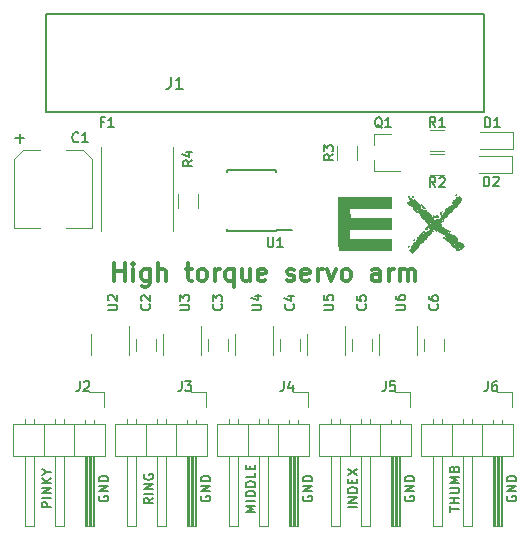
<source format=gto>
G04 #@! TF.FileFunction,Legend,Top*
%FSLAX46Y46*%
G04 Gerber Fmt 4.6, Leading zero omitted, Abs format (unit mm)*
G04 Created by KiCad (PCBNEW 4.0.7-e2-6376~61~ubuntu18.04.1) date Sun Dec  8 19:48:57 2019*
%MOMM*%
%LPD*%
G01*
G04 APERTURE LIST*
%ADD10C,0.100000*%
%ADD11C,0.152400*%
%ADD12C,0.304800*%
%ADD13C,0.010000*%
%ADD14C,0.120000*%
%ADD15C,0.150000*%
G04 APERTURE END LIST*
D10*
D11*
X37654895Y-44118590D02*
X37654895Y-43654133D01*
X38467695Y-43886362D02*
X37654895Y-43886362D01*
X38467695Y-43383200D02*
X37654895Y-43383200D01*
X38041943Y-43383200D02*
X38041943Y-42918743D01*
X38467695Y-42918743D02*
X37654895Y-42918743D01*
X37654895Y-42531695D02*
X38312876Y-42531695D01*
X38390286Y-42492990D01*
X38428990Y-42454286D01*
X38467695Y-42376876D01*
X38467695Y-42222057D01*
X38428990Y-42144648D01*
X38390286Y-42105943D01*
X38312876Y-42067238D01*
X37654895Y-42067238D01*
X38467695Y-41680190D02*
X37654895Y-41680190D01*
X38235467Y-41409257D01*
X37654895Y-41138324D01*
X38467695Y-41138324D01*
X38041943Y-40480343D02*
X38080648Y-40364229D01*
X38119352Y-40325524D01*
X38196762Y-40286819D01*
X38312876Y-40286819D01*
X38390286Y-40325524D01*
X38428990Y-40364229D01*
X38467695Y-40441638D01*
X38467695Y-40751276D01*
X37654895Y-40751276D01*
X37654895Y-40480343D01*
X37693600Y-40402933D01*
X37732305Y-40364229D01*
X37809714Y-40325524D01*
X37887124Y-40325524D01*
X37964533Y-40364229D01*
X38003238Y-40402933D01*
X38041943Y-40480343D01*
X38041943Y-40751276D01*
X29831695Y-43750895D02*
X29018895Y-43750895D01*
X29831695Y-43363847D02*
X29018895Y-43363847D01*
X29831695Y-42899390D01*
X29018895Y-42899390D01*
X29831695Y-42512342D02*
X29018895Y-42512342D01*
X29018895Y-42318818D01*
X29057600Y-42202704D01*
X29135010Y-42125295D01*
X29212419Y-42086590D01*
X29367238Y-42047885D01*
X29483352Y-42047885D01*
X29638171Y-42086590D01*
X29715581Y-42125295D01*
X29792990Y-42202704D01*
X29831695Y-42318818D01*
X29831695Y-42512342D01*
X29405943Y-41699542D02*
X29405943Y-41428609D01*
X29831695Y-41312495D02*
X29831695Y-41699542D01*
X29018895Y-41699542D01*
X29018895Y-41312495D01*
X29018895Y-41041562D02*
X29831695Y-40499695D01*
X29018895Y-40499695D02*
X29831695Y-41041562D01*
X21195695Y-44137942D02*
X20382895Y-44137942D01*
X20963467Y-43867009D01*
X20382895Y-43596076D01*
X21195695Y-43596076D01*
X21195695Y-43209028D02*
X20382895Y-43209028D01*
X21195695Y-42821980D02*
X20382895Y-42821980D01*
X20382895Y-42628456D01*
X20421600Y-42512342D01*
X20499010Y-42434933D01*
X20576419Y-42396228D01*
X20731238Y-42357523D01*
X20847352Y-42357523D01*
X21002171Y-42396228D01*
X21079581Y-42434933D01*
X21156990Y-42512342D01*
X21195695Y-42628456D01*
X21195695Y-42821980D01*
X21195695Y-42009180D02*
X20382895Y-42009180D01*
X20382895Y-41815656D01*
X20421600Y-41699542D01*
X20499010Y-41622133D01*
X20576419Y-41583428D01*
X20731238Y-41544723D01*
X20847352Y-41544723D01*
X21002171Y-41583428D01*
X21079581Y-41622133D01*
X21156990Y-41699542D01*
X21195695Y-41815656D01*
X21195695Y-42009180D01*
X21195695Y-40809333D02*
X21195695Y-41196380D01*
X20382895Y-41196380D01*
X20769943Y-40538399D02*
X20769943Y-40267466D01*
X21195695Y-40151352D02*
X21195695Y-40538399D01*
X20382895Y-40538399D01*
X20382895Y-40151352D01*
X12559695Y-42938095D02*
X12172648Y-43209028D01*
X12559695Y-43402552D02*
X11746895Y-43402552D01*
X11746895Y-43092914D01*
X11785600Y-43015505D01*
X11824305Y-42976800D01*
X11901714Y-42938095D01*
X12017829Y-42938095D01*
X12095238Y-42976800D01*
X12133943Y-43015505D01*
X12172648Y-43092914D01*
X12172648Y-43402552D01*
X12559695Y-42589752D02*
X11746895Y-42589752D01*
X12559695Y-42202704D02*
X11746895Y-42202704D01*
X12559695Y-41738247D01*
X11746895Y-41738247D01*
X11785600Y-40925447D02*
X11746895Y-41002856D01*
X11746895Y-41118971D01*
X11785600Y-41235085D01*
X11863010Y-41312494D01*
X11940419Y-41351199D01*
X12095238Y-41389904D01*
X12211352Y-41389904D01*
X12366171Y-41351199D01*
X12443581Y-41312494D01*
X12520990Y-41235085D01*
X12559695Y-41118971D01*
X12559695Y-41041561D01*
X12520990Y-40925447D01*
X12482286Y-40886742D01*
X12211352Y-40886742D01*
X12211352Y-41041561D01*
X3923695Y-43750895D02*
X3110895Y-43750895D01*
X3110895Y-43441257D01*
X3149600Y-43363848D01*
X3188305Y-43325143D01*
X3265714Y-43286438D01*
X3381829Y-43286438D01*
X3459238Y-43325143D01*
X3497943Y-43363848D01*
X3536648Y-43441257D01*
X3536648Y-43750895D01*
X3923695Y-42938095D02*
X3110895Y-42938095D01*
X3923695Y-42551047D02*
X3110895Y-42551047D01*
X3923695Y-42086590D01*
X3110895Y-42086590D01*
X3923695Y-41699542D02*
X3110895Y-41699542D01*
X3923695Y-41235085D02*
X3459238Y-41583428D01*
X3110895Y-41235085D02*
X3575352Y-41699542D01*
X3536648Y-40731923D02*
X3923695Y-40731923D01*
X3110895Y-41002856D02*
X3536648Y-40731923D01*
X3110895Y-40460990D01*
X42519600Y-42783276D02*
X42480895Y-42860685D01*
X42480895Y-42976800D01*
X42519600Y-43092914D01*
X42597010Y-43170323D01*
X42674419Y-43209028D01*
X42829238Y-43247733D01*
X42945352Y-43247733D01*
X43100171Y-43209028D01*
X43177581Y-43170323D01*
X43254990Y-43092914D01*
X43293695Y-42976800D01*
X43293695Y-42899390D01*
X43254990Y-42783276D01*
X43216286Y-42744571D01*
X42945352Y-42744571D01*
X42945352Y-42899390D01*
X43293695Y-42396228D02*
X42480895Y-42396228D01*
X43293695Y-41931771D01*
X42480895Y-41931771D01*
X43293695Y-41544723D02*
X42480895Y-41544723D01*
X42480895Y-41351199D01*
X42519600Y-41235085D01*
X42597010Y-41157676D01*
X42674419Y-41118971D01*
X42829238Y-41080266D01*
X42945352Y-41080266D01*
X43100171Y-41118971D01*
X43177581Y-41157676D01*
X43254990Y-41235085D01*
X43293695Y-41351199D01*
X43293695Y-41544723D01*
X33883600Y-42783276D02*
X33844895Y-42860685D01*
X33844895Y-42976800D01*
X33883600Y-43092914D01*
X33961010Y-43170323D01*
X34038419Y-43209028D01*
X34193238Y-43247733D01*
X34309352Y-43247733D01*
X34464171Y-43209028D01*
X34541581Y-43170323D01*
X34618990Y-43092914D01*
X34657695Y-42976800D01*
X34657695Y-42899390D01*
X34618990Y-42783276D01*
X34580286Y-42744571D01*
X34309352Y-42744571D01*
X34309352Y-42899390D01*
X34657695Y-42396228D02*
X33844895Y-42396228D01*
X34657695Y-41931771D01*
X33844895Y-41931771D01*
X34657695Y-41544723D02*
X33844895Y-41544723D01*
X33844895Y-41351199D01*
X33883600Y-41235085D01*
X33961010Y-41157676D01*
X34038419Y-41118971D01*
X34193238Y-41080266D01*
X34309352Y-41080266D01*
X34464171Y-41118971D01*
X34541581Y-41157676D01*
X34618990Y-41235085D01*
X34657695Y-41351199D01*
X34657695Y-41544723D01*
X25247600Y-42783276D02*
X25208895Y-42860685D01*
X25208895Y-42976800D01*
X25247600Y-43092914D01*
X25325010Y-43170323D01*
X25402419Y-43209028D01*
X25557238Y-43247733D01*
X25673352Y-43247733D01*
X25828171Y-43209028D01*
X25905581Y-43170323D01*
X25982990Y-43092914D01*
X26021695Y-42976800D01*
X26021695Y-42899390D01*
X25982990Y-42783276D01*
X25944286Y-42744571D01*
X25673352Y-42744571D01*
X25673352Y-42899390D01*
X26021695Y-42396228D02*
X25208895Y-42396228D01*
X26021695Y-41931771D01*
X25208895Y-41931771D01*
X26021695Y-41544723D02*
X25208895Y-41544723D01*
X25208895Y-41351199D01*
X25247600Y-41235085D01*
X25325010Y-41157676D01*
X25402419Y-41118971D01*
X25557238Y-41080266D01*
X25673352Y-41080266D01*
X25828171Y-41118971D01*
X25905581Y-41157676D01*
X25982990Y-41235085D01*
X26021695Y-41351199D01*
X26021695Y-41544723D01*
X16611600Y-42783276D02*
X16572895Y-42860685D01*
X16572895Y-42976800D01*
X16611600Y-43092914D01*
X16689010Y-43170323D01*
X16766419Y-43209028D01*
X16921238Y-43247733D01*
X17037352Y-43247733D01*
X17192171Y-43209028D01*
X17269581Y-43170323D01*
X17346990Y-43092914D01*
X17385695Y-42976800D01*
X17385695Y-42899390D01*
X17346990Y-42783276D01*
X17308286Y-42744571D01*
X17037352Y-42744571D01*
X17037352Y-42899390D01*
X17385695Y-42396228D02*
X16572895Y-42396228D01*
X17385695Y-41931771D01*
X16572895Y-41931771D01*
X17385695Y-41544723D02*
X16572895Y-41544723D01*
X16572895Y-41351199D01*
X16611600Y-41235085D01*
X16689010Y-41157676D01*
X16766419Y-41118971D01*
X16921238Y-41080266D01*
X17037352Y-41080266D01*
X17192171Y-41118971D01*
X17269581Y-41157676D01*
X17346990Y-41235085D01*
X17385695Y-41351199D01*
X17385695Y-41544723D01*
X7975600Y-42783276D02*
X7936895Y-42860685D01*
X7936895Y-42976800D01*
X7975600Y-43092914D01*
X8053010Y-43170323D01*
X8130419Y-43209028D01*
X8285238Y-43247733D01*
X8401352Y-43247733D01*
X8556171Y-43209028D01*
X8633581Y-43170323D01*
X8710990Y-43092914D01*
X8749695Y-42976800D01*
X8749695Y-42899390D01*
X8710990Y-42783276D01*
X8672286Y-42744571D01*
X8401352Y-42744571D01*
X8401352Y-42899390D01*
X8749695Y-42396228D02*
X7936895Y-42396228D01*
X8749695Y-41931771D01*
X7936895Y-41931771D01*
X8749695Y-41544723D02*
X7936895Y-41544723D01*
X7936895Y-41351199D01*
X7975600Y-41235085D01*
X8053010Y-41157676D01*
X8130419Y-41118971D01*
X8285238Y-41080266D01*
X8401352Y-41080266D01*
X8556171Y-41118971D01*
X8633581Y-41157676D01*
X8710990Y-41235085D01*
X8749695Y-41351199D01*
X8749695Y-41544723D01*
D12*
X9263714Y-24565429D02*
X9263714Y-23041429D01*
X9263714Y-23767143D02*
X10134571Y-23767143D01*
X10134571Y-24565429D02*
X10134571Y-23041429D01*
X10860285Y-24565429D02*
X10860285Y-23549429D01*
X10860285Y-23041429D02*
X10787714Y-23114000D01*
X10860285Y-23186571D01*
X10932857Y-23114000D01*
X10860285Y-23041429D01*
X10860285Y-23186571D01*
X12239142Y-23549429D02*
X12239142Y-24783143D01*
X12166571Y-24928286D01*
X12093999Y-25000857D01*
X11948856Y-25073429D01*
X11731142Y-25073429D01*
X11585999Y-25000857D01*
X12239142Y-24492857D02*
X12093999Y-24565429D01*
X11803713Y-24565429D01*
X11658571Y-24492857D01*
X11585999Y-24420286D01*
X11513428Y-24275143D01*
X11513428Y-23839714D01*
X11585999Y-23694571D01*
X11658571Y-23622000D01*
X11803713Y-23549429D01*
X12093999Y-23549429D01*
X12239142Y-23622000D01*
X12964856Y-24565429D02*
X12964856Y-23041429D01*
X13617999Y-24565429D02*
X13617999Y-23767143D01*
X13545428Y-23622000D01*
X13400285Y-23549429D01*
X13182570Y-23549429D01*
X13037428Y-23622000D01*
X12964856Y-23694571D01*
X15287142Y-23549429D02*
X15867713Y-23549429D01*
X15504856Y-23041429D02*
X15504856Y-24347714D01*
X15577428Y-24492857D01*
X15722570Y-24565429D01*
X15867713Y-24565429D01*
X16593427Y-24565429D02*
X16448285Y-24492857D01*
X16375713Y-24420286D01*
X16303142Y-24275143D01*
X16303142Y-23839714D01*
X16375713Y-23694571D01*
X16448285Y-23622000D01*
X16593427Y-23549429D01*
X16811142Y-23549429D01*
X16956285Y-23622000D01*
X17028856Y-23694571D01*
X17101427Y-23839714D01*
X17101427Y-24275143D01*
X17028856Y-24420286D01*
X16956285Y-24492857D01*
X16811142Y-24565429D01*
X16593427Y-24565429D01*
X17754570Y-24565429D02*
X17754570Y-23549429D01*
X17754570Y-23839714D02*
X17827142Y-23694571D01*
X17899713Y-23622000D01*
X18044856Y-23549429D01*
X18189999Y-23549429D01*
X19351142Y-23549429D02*
X19351142Y-25073429D01*
X19351142Y-24492857D02*
X19205999Y-24565429D01*
X18915713Y-24565429D01*
X18770571Y-24492857D01*
X18697999Y-24420286D01*
X18625428Y-24275143D01*
X18625428Y-23839714D01*
X18697999Y-23694571D01*
X18770571Y-23622000D01*
X18915713Y-23549429D01*
X19205999Y-23549429D01*
X19351142Y-23622000D01*
X20729999Y-23549429D02*
X20729999Y-24565429D01*
X20076856Y-23549429D02*
X20076856Y-24347714D01*
X20149428Y-24492857D01*
X20294570Y-24565429D01*
X20512285Y-24565429D01*
X20657428Y-24492857D01*
X20729999Y-24420286D01*
X22036285Y-24492857D02*
X21891142Y-24565429D01*
X21600856Y-24565429D01*
X21455713Y-24492857D01*
X21383142Y-24347714D01*
X21383142Y-23767143D01*
X21455713Y-23622000D01*
X21600856Y-23549429D01*
X21891142Y-23549429D01*
X22036285Y-23622000D01*
X22108856Y-23767143D01*
X22108856Y-23912286D01*
X21383142Y-24057429D01*
X23850571Y-24492857D02*
X23995714Y-24565429D01*
X24285999Y-24565429D01*
X24431142Y-24492857D01*
X24503714Y-24347714D01*
X24503714Y-24275143D01*
X24431142Y-24130000D01*
X24285999Y-24057429D01*
X24068285Y-24057429D01*
X23923142Y-23984857D01*
X23850571Y-23839714D01*
X23850571Y-23767143D01*
X23923142Y-23622000D01*
X24068285Y-23549429D01*
X24285999Y-23549429D01*
X24431142Y-23622000D01*
X25737428Y-24492857D02*
X25592285Y-24565429D01*
X25301999Y-24565429D01*
X25156856Y-24492857D01*
X25084285Y-24347714D01*
X25084285Y-23767143D01*
X25156856Y-23622000D01*
X25301999Y-23549429D01*
X25592285Y-23549429D01*
X25737428Y-23622000D01*
X25809999Y-23767143D01*
X25809999Y-23912286D01*
X25084285Y-24057429D01*
X26463142Y-24565429D02*
X26463142Y-23549429D01*
X26463142Y-23839714D02*
X26535714Y-23694571D01*
X26608285Y-23622000D01*
X26753428Y-23549429D01*
X26898571Y-23549429D01*
X27261428Y-23549429D02*
X27624285Y-24565429D01*
X27987143Y-23549429D01*
X28785428Y-24565429D02*
X28640286Y-24492857D01*
X28567714Y-24420286D01*
X28495143Y-24275143D01*
X28495143Y-23839714D01*
X28567714Y-23694571D01*
X28640286Y-23622000D01*
X28785428Y-23549429D01*
X29003143Y-23549429D01*
X29148286Y-23622000D01*
X29220857Y-23694571D01*
X29293428Y-23839714D01*
X29293428Y-24275143D01*
X29220857Y-24420286D01*
X29148286Y-24492857D01*
X29003143Y-24565429D01*
X28785428Y-24565429D01*
X31760857Y-24565429D02*
X31760857Y-23767143D01*
X31688286Y-23622000D01*
X31543143Y-23549429D01*
X31252857Y-23549429D01*
X31107714Y-23622000D01*
X31760857Y-24492857D02*
X31615714Y-24565429D01*
X31252857Y-24565429D01*
X31107714Y-24492857D01*
X31035143Y-24347714D01*
X31035143Y-24202571D01*
X31107714Y-24057429D01*
X31252857Y-23984857D01*
X31615714Y-23984857D01*
X31760857Y-23912286D01*
X32486571Y-24565429D02*
X32486571Y-23549429D01*
X32486571Y-23839714D02*
X32559143Y-23694571D01*
X32631714Y-23622000D01*
X32776857Y-23549429D01*
X32922000Y-23549429D01*
X33430000Y-24565429D02*
X33430000Y-23549429D01*
X33430000Y-23694571D02*
X33502572Y-23622000D01*
X33647714Y-23549429D01*
X33865429Y-23549429D01*
X34010572Y-23622000D01*
X34083143Y-23767143D01*
X34083143Y-24565429D01*
X34083143Y-23767143D02*
X34155714Y-23622000D01*
X34300857Y-23549429D01*
X34518572Y-23549429D01*
X34663714Y-23622000D01*
X34736286Y-23767143D01*
X34736286Y-24565429D01*
D13*
G36*
X34241481Y-17441446D02*
X34283448Y-17520930D01*
X34347749Y-17558906D01*
X34405996Y-17589551D01*
X34431089Y-17623257D01*
X34431111Y-17624083D01*
X34453503Y-17681810D01*
X34507181Y-17706696D01*
X34568881Y-17690871D01*
X34606446Y-17674576D01*
X34643469Y-17683410D01*
X34694626Y-17723891D01*
X34738212Y-17766083D01*
X34797364Y-17829741D01*
X34833172Y-17877878D01*
X34838614Y-17895671D01*
X34852948Y-17920750D01*
X34902139Y-17964369D01*
X34941403Y-17993255D01*
X35026743Y-18069665D01*
X35095869Y-18162971D01*
X35139187Y-18256911D01*
X35147103Y-18335224D01*
X35146003Y-18340009D01*
X35159549Y-18399711D01*
X35224849Y-18470073D01*
X35299202Y-18521751D01*
X35368949Y-18537694D01*
X35422049Y-18533867D01*
X35493617Y-18530630D01*
X35546379Y-18551799D01*
X35604635Y-18607853D01*
X35611519Y-18615579D01*
X35668955Y-18673389D01*
X35714898Y-18707466D01*
X35726925Y-18711334D01*
X35756261Y-18730098D01*
X35757555Y-18737654D01*
X35780560Y-18767464D01*
X35806944Y-18780264D01*
X35856515Y-18813727D01*
X35909662Y-18872784D01*
X35912777Y-18877154D01*
X35964721Y-18944937D01*
X36035466Y-19029625D01*
X36078226Y-19078024D01*
X36151371Y-19147701D01*
X36199018Y-19167751D01*
X36220510Y-19138282D01*
X36215189Y-19059405D01*
X36214410Y-19055231D01*
X36207949Y-19004343D01*
X36222580Y-18999941D01*
X36246895Y-19018178D01*
X36287837Y-19079638D01*
X36286808Y-19147178D01*
X36266896Y-19178482D01*
X36254432Y-19221719D01*
X36255115Y-19301525D01*
X36260142Y-19346076D01*
X36283889Y-19445695D01*
X36320979Y-19490857D01*
X36374769Y-19482617D01*
X36423354Y-19442759D01*
X36491333Y-19442759D01*
X36508333Y-19471359D01*
X36568023Y-19499315D01*
X36568058Y-19499328D01*
X36565232Y-19479954D01*
X36562918Y-19473334D01*
X36660666Y-19473334D01*
X36670992Y-19496564D01*
X36679481Y-19492148D01*
X36682859Y-19458655D01*
X36679481Y-19454519D01*
X36662703Y-19458393D01*
X36660666Y-19473334D01*
X36562918Y-19473334D01*
X36557983Y-19459222D01*
X36530499Y-19423590D01*
X36501142Y-19419881D01*
X36491333Y-19442759D01*
X36423354Y-19442759D01*
X36448618Y-19422034D01*
X36460924Y-19409250D01*
X36528994Y-19347608D01*
X36587603Y-19324621D01*
X36631876Y-19326119D01*
X36692868Y-19324193D01*
X36752470Y-19292573D01*
X36816359Y-19234856D01*
X36874909Y-19166143D01*
X36903892Y-19110528D01*
X36904180Y-19091604D01*
X36912270Y-19046016D01*
X36941470Y-19014659D01*
X36987055Y-18973900D01*
X37052351Y-18905219D01*
X37111323Y-18837498D01*
X37175957Y-18755405D01*
X37184712Y-18739556D01*
X37592000Y-18739556D01*
X37601629Y-18767044D01*
X37604445Y-18767778D01*
X37628540Y-18748002D01*
X37634333Y-18739556D01*
X37632095Y-18713549D01*
X37621887Y-18711334D01*
X37593148Y-18731820D01*
X37592000Y-18739556D01*
X37184712Y-18739556D01*
X37208827Y-18695902D01*
X37217442Y-18641038D01*
X37212895Y-18594684D01*
X37211391Y-18509358D01*
X37244669Y-18455065D01*
X37321686Y-18421023D01*
X37365617Y-18410888D01*
X37442625Y-18379185D01*
X37472764Y-18337446D01*
X37498931Y-18305164D01*
X37741821Y-18305164D01*
X37746549Y-18315134D01*
X37775466Y-18331919D01*
X37807375Y-18313144D01*
X37831862Y-18273404D01*
X37818973Y-18249685D01*
X37780118Y-18238800D01*
X37747449Y-18263574D01*
X37741821Y-18305164D01*
X37498931Y-18305164D01*
X37505002Y-18297675D01*
X37573251Y-18249561D01*
X37660129Y-18203077D01*
X37748258Y-18168196D01*
X37783903Y-18158900D01*
X37848367Y-18126973D01*
X37890713Y-18072418D01*
X37903019Y-18012797D01*
X37877365Y-17965672D01*
X37872533Y-17962401D01*
X37866095Y-17942216D01*
X38279758Y-17942216D01*
X38288915Y-17959508D01*
X38330611Y-17975551D01*
X38363344Y-17937415D01*
X38364206Y-17935222D01*
X38360148Y-17898763D01*
X38340668Y-17892889D01*
X38295031Y-17908683D01*
X38279758Y-17942216D01*
X37866095Y-17942216D01*
X37863442Y-17933902D01*
X37884648Y-17911346D01*
X37921477Y-17858773D01*
X37935725Y-17810354D01*
X37969256Y-17743353D01*
X38027967Y-17695988D01*
X38102828Y-17636737D01*
X38157942Y-17566856D01*
X38201301Y-17509029D01*
X38257917Y-17487864D01*
X38306544Y-17486794D01*
X38379165Y-17481833D01*
X38418041Y-17453196D01*
X38435396Y-17416238D01*
X38454907Y-17377188D01*
X38464532Y-17386444D01*
X38464660Y-17388502D01*
X38488150Y-17438519D01*
X38525919Y-17473644D01*
X38574663Y-17534614D01*
X38607165Y-17634382D01*
X38607740Y-17637471D01*
X38630531Y-17762103D01*
X38358210Y-18053966D01*
X38234876Y-18182801D01*
X38139690Y-18273706D01*
X38065473Y-18332779D01*
X38005050Y-18366113D01*
X37981247Y-18374126D01*
X37891457Y-18407505D01*
X37855265Y-18446335D01*
X37869864Y-18494000D01*
X37875627Y-18501359D01*
X37885389Y-18527003D01*
X37872598Y-18562997D01*
X37831810Y-18617434D01*
X37757586Y-18698409D01*
X37710453Y-18747068D01*
X37615694Y-18845511D01*
X37527389Y-18939961D01*
X37458783Y-19016139D01*
X37435265Y-19043817D01*
X37370027Y-19107536D01*
X37316089Y-19121988D01*
X37308152Y-19120040D01*
X37250315Y-19128915D01*
X37166419Y-19185097D01*
X37136370Y-19210890D01*
X37041255Y-19296833D01*
X36977418Y-19359162D01*
X36933450Y-19411188D01*
X36897939Y-19466224D01*
X36864302Y-19528336D01*
X36799827Y-19651654D01*
X36874525Y-19729622D01*
X36921688Y-19783956D01*
X36933156Y-19824889D01*
X36913945Y-19878119D01*
X36906471Y-19893287D01*
X36880482Y-19955777D01*
X36884553Y-19992055D01*
X36902938Y-20011533D01*
X36958878Y-20030374D01*
X37011008Y-20026800D01*
X37065524Y-20025419D01*
X37117830Y-20058277D01*
X37159541Y-20102842D01*
X37225861Y-20162311D01*
X37320982Y-20214572D01*
X37454392Y-20263937D01*
X37612690Y-20308846D01*
X37634091Y-20334481D01*
X37623808Y-20373848D01*
X37591304Y-20402045D01*
X37576271Y-20404667D01*
X37531150Y-20382780D01*
X37514028Y-20361188D01*
X37470479Y-20331749D01*
X37442070Y-20335985D01*
X37398399Y-20370094D01*
X37401874Y-20414281D01*
X37445930Y-20461269D01*
X37524002Y-20503780D01*
X37619309Y-20532488D01*
X37708441Y-20568145D01*
X37787376Y-20625681D01*
X37788643Y-20626981D01*
X37865513Y-20683062D01*
X37938828Y-20691963D01*
X37988755Y-20695077D01*
X38041891Y-20721578D01*
X38110456Y-20779164D01*
X38169212Y-20837035D01*
X38245304Y-20915715D01*
X38287564Y-20967206D01*
X38301995Y-21004312D01*
X38294600Y-21039833D01*
X38279175Y-21071528D01*
X38253908Y-21130223D01*
X38262369Y-21167399D01*
X38301007Y-21203359D01*
X38371104Y-21238219D01*
X38423235Y-21240076D01*
X38466337Y-21244067D01*
X38527102Y-21277819D01*
X38613238Y-21346260D01*
X38674377Y-21400617D01*
X38866826Y-21575889D01*
X38764550Y-21694532D01*
X38689484Y-21770135D01*
X38634825Y-21797777D01*
X38616126Y-21795465D01*
X38583444Y-21792612D01*
X38587756Y-21824086D01*
X38596616Y-21873532D01*
X38578136Y-21885549D01*
X38544351Y-21863152D01*
X38507294Y-21809355D01*
X38504256Y-21803171D01*
X38456172Y-21728727D01*
X38409155Y-21703375D01*
X38368826Y-21730022D01*
X38367344Y-21732352D01*
X38368357Y-21774521D01*
X38396045Y-21833410D01*
X38426501Y-21905817D01*
X38419035Y-21960835D01*
X38375943Y-21984923D01*
X38370324Y-21985111D01*
X38285251Y-21965723D01*
X38210008Y-21917459D01*
X38167357Y-21855170D01*
X38166535Y-21852141D01*
X38129866Y-21793639D01*
X38060091Y-21738022D01*
X38047267Y-21730804D01*
X37953503Y-21671953D01*
X37866573Y-21602130D01*
X37820086Y-21554596D01*
X38162122Y-21554596D01*
X38175259Y-21571185D01*
X38220460Y-21590180D01*
X38259856Y-21573858D01*
X38269333Y-21547667D01*
X38255860Y-21527925D01*
X38500972Y-21527925D01*
X38523978Y-21569454D01*
X38559970Y-21606246D01*
X38610164Y-21659526D01*
X38635486Y-21699592D01*
X38636222Y-21704031D01*
X38659098Y-21728062D01*
X38678555Y-21731111D01*
X38714123Y-21708056D01*
X38720456Y-21681722D01*
X38701969Y-21607171D01*
X38641565Y-21554676D01*
X38596456Y-21534532D01*
X38525542Y-21515477D01*
X38500972Y-21527925D01*
X38255860Y-21527925D01*
X38245804Y-21513191D01*
X38212889Y-21505334D01*
X38163722Y-21519457D01*
X38162122Y-21554596D01*
X37820086Y-21554596D01*
X37799120Y-21533159D01*
X37763790Y-21476866D01*
X37761333Y-21463398D01*
X37752420Y-21441450D01*
X37905090Y-21441450D01*
X37913186Y-21468850D01*
X37943636Y-21493328D01*
X38008895Y-21523851D01*
X38053341Y-21507509D01*
X38063338Y-21488317D01*
X38055351Y-21446572D01*
X38031549Y-21405415D01*
X37998180Y-21367711D01*
X37969483Y-21373254D01*
X37939447Y-21401225D01*
X37905090Y-21441450D01*
X37752420Y-21441450D01*
X37745978Y-21425590D01*
X37732654Y-21420667D01*
X37703214Y-21397574D01*
X37666129Y-21340306D01*
X37657173Y-21322521D01*
X37609681Y-21250909D01*
X37538395Y-21203429D01*
X37479917Y-21181046D01*
X37455883Y-21169533D01*
X37795468Y-21169533D01*
X37804547Y-21214839D01*
X37823024Y-21250192D01*
X37834056Y-21232782D01*
X37838751Y-21213847D01*
X37841349Y-21162550D01*
X37835294Y-21147852D01*
X38024740Y-21147852D01*
X38028614Y-21164630D01*
X38043555Y-21166667D01*
X38066785Y-21156341D01*
X38062370Y-21147852D01*
X38028877Y-21144474D01*
X38024740Y-21147852D01*
X37835294Y-21147852D01*
X37834383Y-21145643D01*
X37807497Y-21138916D01*
X37795468Y-21169533D01*
X37455883Y-21169533D01*
X37414989Y-21149944D01*
X37337479Y-21099015D01*
X37256404Y-21036394D01*
X37180780Y-20970215D01*
X37179684Y-20969111D01*
X37634333Y-20969111D01*
X37636571Y-20995118D01*
X37646778Y-20997334D01*
X37675518Y-20976847D01*
X37676666Y-20969111D01*
X37667037Y-20941623D01*
X37664221Y-20940889D01*
X37640125Y-20960665D01*
X37634333Y-20969111D01*
X37179684Y-20969111D01*
X37119623Y-20908612D01*
X37081951Y-20859720D01*
X37076781Y-20831671D01*
X37088564Y-20828000D01*
X37143153Y-20848172D01*
X37169797Y-20871695D01*
X37221787Y-20902897D01*
X37281696Y-20902246D01*
X37324904Y-20872309D01*
X37331640Y-20854801D01*
X37321989Y-20805171D01*
X37287710Y-20735186D01*
X37273998Y-20713690D01*
X37216622Y-20646002D01*
X37155792Y-20618846D01*
X37120531Y-20616334D01*
X37039777Y-20598013D01*
X36956856Y-20537502D01*
X36936642Y-20517556D01*
X36859925Y-20447940D01*
X36781862Y-20390549D01*
X36757513Y-20376445D01*
X36688882Y-20333738D01*
X36641793Y-20291778D01*
X36598031Y-20234850D01*
X36566291Y-20193000D01*
X36535786Y-20157702D01*
X36516168Y-20164045D01*
X36492645Y-20217592D01*
X36491249Y-20221222D01*
X36458726Y-20305889D01*
X36406700Y-20242011D01*
X36364809Y-20184165D01*
X36343518Y-20144665D01*
X36315688Y-20133085D01*
X36260976Y-20153557D01*
X36192277Y-20198084D01*
X36122486Y-20258673D01*
X36077246Y-20309764D01*
X36035574Y-20369914D01*
X36027923Y-20406931D01*
X36050582Y-20439659D01*
X36051486Y-20440566D01*
X36077546Y-20476872D01*
X36061963Y-20510325D01*
X36040318Y-20531178D01*
X35989678Y-20561225D01*
X35956836Y-20560955D01*
X35926387Y-20569595D01*
X35900395Y-20611787D01*
X35856458Y-20681763D01*
X35809026Y-20726707D01*
X35761056Y-20772459D01*
X35743745Y-20809758D01*
X35725467Y-20846559D01*
X35677053Y-20911827D01*
X35607688Y-20993533D01*
X35581166Y-21022700D01*
X35502768Y-21105956D01*
X35454554Y-21151483D01*
X35429338Y-21163855D01*
X35419933Y-21147644D01*
X35418889Y-21125942D01*
X35407574Y-21066530D01*
X35375725Y-21059438D01*
X35333782Y-21096641D01*
X35313988Y-21138137D01*
X35337209Y-21182331D01*
X35345150Y-21191372D01*
X35376459Y-21233270D01*
X35367036Y-21262532D01*
X35344808Y-21282565D01*
X35293632Y-21317233D01*
X35213024Y-21364003D01*
X35154257Y-21395273D01*
X35067290Y-21445309D01*
X35017486Y-21493303D01*
X34988931Y-21556417D01*
X34982105Y-21580961D01*
X34951183Y-21654774D01*
X34889488Y-21747339D01*
X34792194Y-21865333D01*
X34713830Y-21952078D01*
X34621359Y-22050519D01*
X34542371Y-22131735D01*
X34484789Y-22187783D01*
X34456533Y-22210720D01*
X34455698Y-22210889D01*
X34427896Y-22191387D01*
X34377778Y-22141646D01*
X34344730Y-22105056D01*
X34296036Y-22054308D01*
X34409422Y-22054308D01*
X34444574Y-22070313D01*
X34480500Y-22075894D01*
X34549417Y-22078278D01*
X34586263Y-22053176D01*
X34609326Y-21986924D01*
X34611449Y-21978056D01*
X34612960Y-21917782D01*
X34582416Y-21900421D01*
X34524896Y-21926379D01*
X34474898Y-21967181D01*
X34419700Y-22023224D01*
X34409422Y-22054308D01*
X34296036Y-22054308D01*
X34281793Y-22039465D01*
X34226730Y-21993110D01*
X34207751Y-21982232D01*
X34181603Y-21966402D01*
X34206486Y-21950534D01*
X34219444Y-21945922D01*
X34266148Y-21914386D01*
X34315492Y-21859221D01*
X34356606Y-21796713D01*
X34378619Y-21743147D01*
X34372961Y-21715946D01*
X34347600Y-21673567D01*
X34370369Y-21606360D01*
X34441769Y-21512888D01*
X34445222Y-21509050D01*
X34501400Y-21441260D01*
X34537181Y-21387308D01*
X34544000Y-21368333D01*
X34567203Y-21339196D01*
X34626918Y-21297540D01*
X34681720Y-21267163D01*
X34762631Y-21222370D01*
X34806715Y-21180951D01*
X34828908Y-21123781D01*
X34839212Y-21065524D01*
X34858428Y-20955036D01*
X34875636Y-20897646D01*
X35164889Y-20897646D01*
X35183680Y-20934430D01*
X35227142Y-20935587D01*
X35275904Y-20900797D01*
X35276990Y-20899505D01*
X35301403Y-20852813D01*
X35301612Y-20832381D01*
X35272924Y-20818551D01*
X35225552Y-20832474D01*
X35182065Y-20863376D01*
X35164889Y-20897646D01*
X34875636Y-20897646D01*
X34877807Y-20890407D01*
X34901534Y-20861193D01*
X34923100Y-20856222D01*
X34967038Y-20835704D01*
X35021053Y-20787728D01*
X35065245Y-20732667D01*
X35080222Y-20695371D01*
X35101547Y-20659240D01*
X35146448Y-20621766D01*
X35205468Y-20563716D01*
X35247891Y-20493351D01*
X35296808Y-20424544D01*
X35367379Y-20377920D01*
X35441095Y-20361989D01*
X35493970Y-20380201D01*
X35517845Y-20421440D01*
X35496766Y-20455612D01*
X35442173Y-20473297D01*
X35385049Y-20469866D01*
X35328514Y-20461580D01*
X35309570Y-20477690D01*
X35316738Y-20532154D01*
X35320252Y-20548675D01*
X35338385Y-20624205D01*
X35356994Y-20651090D01*
X35388053Y-20635943D01*
X35422344Y-20605060D01*
X35474481Y-20563099D01*
X35510007Y-20545778D01*
X35541287Y-20526854D01*
X35596366Y-20478128D01*
X35641427Y-20432889D01*
X35711896Y-20369590D01*
X35777179Y-20328628D01*
X35808029Y-20320000D01*
X35869234Y-20295982D01*
X35923989Y-20238122D01*
X35953749Y-20167708D01*
X35955111Y-20151176D01*
X35933280Y-20103340D01*
X35898666Y-20072550D01*
X35854431Y-20032772D01*
X35842222Y-20005372D01*
X35822000Y-19964121D01*
X35810773Y-19953111D01*
X36082111Y-19953111D01*
X36088509Y-19977272D01*
X36108667Y-19981334D01*
X36147281Y-19966599D01*
X36152666Y-19953111D01*
X36132410Y-19925697D01*
X36126110Y-19924889D01*
X36087887Y-19945404D01*
X36082111Y-19953111D01*
X35810773Y-19953111D01*
X35792833Y-19935520D01*
X35761072Y-19905702D01*
X35777560Y-19888878D01*
X35808072Y-19879433D01*
X35852579Y-19861537D01*
X35847603Y-19834950D01*
X35828559Y-19812495D01*
X35799563Y-19758862D01*
X35799407Y-19724359D01*
X35784878Y-19692277D01*
X35734677Y-19629939D01*
X35711598Y-19604917D01*
X35857704Y-19604917D01*
X35858885Y-19681338D01*
X35893986Y-19740849D01*
X35949912Y-19769620D01*
X36004111Y-19759540D01*
X36049204Y-19746124D01*
X36079723Y-19775138D01*
X36091611Y-19799040D01*
X36122393Y-19844341D01*
X36157169Y-19870908D01*
X36179238Y-19867607D01*
X36180889Y-19858545D01*
X36170337Y-19812187D01*
X36145635Y-19750291D01*
X36117211Y-19695618D01*
X36095492Y-19670931D01*
X36094915Y-19670889D01*
X36060162Y-19653329D01*
X36005543Y-19610098D01*
X35994777Y-19600334D01*
X35930484Y-19546585D01*
X35892138Y-19535717D01*
X35868549Y-19568104D01*
X35857704Y-19604917D01*
X35711598Y-19604917D01*
X35655628Y-19544235D01*
X35554558Y-19442056D01*
X35438292Y-19330294D01*
X35313655Y-19215839D01*
X35238511Y-19150179D01*
X35531777Y-19150179D01*
X35551906Y-19211688D01*
X35599913Y-19281133D01*
X35657233Y-19334632D01*
X35686027Y-19348611D01*
X35752025Y-19384659D01*
X35801030Y-19436704D01*
X35840794Y-19483017D01*
X35872875Y-19481358D01*
X35879714Y-19475353D01*
X35895870Y-19436008D01*
X35873705Y-19375872D01*
X35870031Y-19369290D01*
X35820268Y-19304136D01*
X35772096Y-19264455D01*
X35708186Y-19215988D01*
X35678773Y-19184056D01*
X35637863Y-19152724D01*
X35585033Y-19134807D01*
X35542864Y-19135511D01*
X35531777Y-19150179D01*
X35238511Y-19150179D01*
X35187472Y-19105582D01*
X35181479Y-19100501D01*
X35099292Y-19030930D01*
X35152957Y-18977265D01*
X35428033Y-18977265D01*
X35458870Y-18993556D01*
X35497747Y-18970832D01*
X35503555Y-18948871D01*
X35487146Y-18915955D01*
X35470041Y-18915357D01*
X35432772Y-18943448D01*
X35428033Y-18977265D01*
X35152957Y-18977265D01*
X35160312Y-18969910D01*
X35196937Y-18926704D01*
X35190592Y-18909899D01*
X35179000Y-18908889D01*
X35141442Y-18893677D01*
X35136666Y-18880719D01*
X35114553Y-18851370D01*
X35057633Y-18805711D01*
X35005135Y-18770681D01*
X34873604Y-18688814D01*
X34948691Y-18619227D01*
X35005062Y-18562954D01*
X35016891Y-18531963D01*
X34983015Y-18515424D01*
X34936689Y-18507402D01*
X34871164Y-18506270D01*
X34835698Y-18536474D01*
X34822751Y-18565239D01*
X34811363Y-18637806D01*
X34825173Y-18665129D01*
X34851982Y-18705478D01*
X34854444Y-18716978D01*
X34838091Y-18739697D01*
X34788664Y-18718568D01*
X34705611Y-18653272D01*
X34640625Y-18593913D01*
X34553050Y-18504262D01*
X34508485Y-18440400D01*
X34502544Y-18398122D01*
X34498953Y-18324740D01*
X34449022Y-18256387D01*
X34362391Y-18205324D01*
X34346670Y-18199864D01*
X34262547Y-18160956D01*
X34181774Y-18104352D01*
X34119949Y-18043151D01*
X34092672Y-17990451D01*
X34092444Y-17986387D01*
X34079934Y-17961480D01*
X34449881Y-17961480D01*
X34457223Y-18009519D01*
X34481672Y-18032396D01*
X34545378Y-18059681D01*
X34571550Y-18045612D01*
X34572222Y-18038374D01*
X34553398Y-18003141D01*
X34519264Y-17966600D01*
X34478249Y-17935632D01*
X34457295Y-17945067D01*
X34449881Y-17961480D01*
X34079934Y-17961480D01*
X34075348Y-17952352D01*
X34064222Y-17949334D01*
X34037757Y-17932896D01*
X34044421Y-17903537D01*
X34071277Y-17890851D01*
X34109445Y-17869416D01*
X34164323Y-17817777D01*
X34188253Y-17790578D01*
X34269950Y-17692342D01*
X34081998Y-17498424D01*
X34150286Y-17425735D01*
X34218574Y-17353045D01*
X34241481Y-17441446D01*
X34241481Y-17441446D01*
G37*
X34241481Y-17441446D02*
X34283448Y-17520930D01*
X34347749Y-17558906D01*
X34405996Y-17589551D01*
X34431089Y-17623257D01*
X34431111Y-17624083D01*
X34453503Y-17681810D01*
X34507181Y-17706696D01*
X34568881Y-17690871D01*
X34606446Y-17674576D01*
X34643469Y-17683410D01*
X34694626Y-17723891D01*
X34738212Y-17766083D01*
X34797364Y-17829741D01*
X34833172Y-17877878D01*
X34838614Y-17895671D01*
X34852948Y-17920750D01*
X34902139Y-17964369D01*
X34941403Y-17993255D01*
X35026743Y-18069665D01*
X35095869Y-18162971D01*
X35139187Y-18256911D01*
X35147103Y-18335224D01*
X35146003Y-18340009D01*
X35159549Y-18399711D01*
X35224849Y-18470073D01*
X35299202Y-18521751D01*
X35368949Y-18537694D01*
X35422049Y-18533867D01*
X35493617Y-18530630D01*
X35546379Y-18551799D01*
X35604635Y-18607853D01*
X35611519Y-18615579D01*
X35668955Y-18673389D01*
X35714898Y-18707466D01*
X35726925Y-18711334D01*
X35756261Y-18730098D01*
X35757555Y-18737654D01*
X35780560Y-18767464D01*
X35806944Y-18780264D01*
X35856515Y-18813727D01*
X35909662Y-18872784D01*
X35912777Y-18877154D01*
X35964721Y-18944937D01*
X36035466Y-19029625D01*
X36078226Y-19078024D01*
X36151371Y-19147701D01*
X36199018Y-19167751D01*
X36220510Y-19138282D01*
X36215189Y-19059405D01*
X36214410Y-19055231D01*
X36207949Y-19004343D01*
X36222580Y-18999941D01*
X36246895Y-19018178D01*
X36287837Y-19079638D01*
X36286808Y-19147178D01*
X36266896Y-19178482D01*
X36254432Y-19221719D01*
X36255115Y-19301525D01*
X36260142Y-19346076D01*
X36283889Y-19445695D01*
X36320979Y-19490857D01*
X36374769Y-19482617D01*
X36423354Y-19442759D01*
X36491333Y-19442759D01*
X36508333Y-19471359D01*
X36568023Y-19499315D01*
X36568058Y-19499328D01*
X36565232Y-19479954D01*
X36562918Y-19473334D01*
X36660666Y-19473334D01*
X36670992Y-19496564D01*
X36679481Y-19492148D01*
X36682859Y-19458655D01*
X36679481Y-19454519D01*
X36662703Y-19458393D01*
X36660666Y-19473334D01*
X36562918Y-19473334D01*
X36557983Y-19459222D01*
X36530499Y-19423590D01*
X36501142Y-19419881D01*
X36491333Y-19442759D01*
X36423354Y-19442759D01*
X36448618Y-19422034D01*
X36460924Y-19409250D01*
X36528994Y-19347608D01*
X36587603Y-19324621D01*
X36631876Y-19326119D01*
X36692868Y-19324193D01*
X36752470Y-19292573D01*
X36816359Y-19234856D01*
X36874909Y-19166143D01*
X36903892Y-19110528D01*
X36904180Y-19091604D01*
X36912270Y-19046016D01*
X36941470Y-19014659D01*
X36987055Y-18973900D01*
X37052351Y-18905219D01*
X37111323Y-18837498D01*
X37175957Y-18755405D01*
X37184712Y-18739556D01*
X37592000Y-18739556D01*
X37601629Y-18767044D01*
X37604445Y-18767778D01*
X37628540Y-18748002D01*
X37634333Y-18739556D01*
X37632095Y-18713549D01*
X37621887Y-18711334D01*
X37593148Y-18731820D01*
X37592000Y-18739556D01*
X37184712Y-18739556D01*
X37208827Y-18695902D01*
X37217442Y-18641038D01*
X37212895Y-18594684D01*
X37211391Y-18509358D01*
X37244669Y-18455065D01*
X37321686Y-18421023D01*
X37365617Y-18410888D01*
X37442625Y-18379185D01*
X37472764Y-18337446D01*
X37498931Y-18305164D01*
X37741821Y-18305164D01*
X37746549Y-18315134D01*
X37775466Y-18331919D01*
X37807375Y-18313144D01*
X37831862Y-18273404D01*
X37818973Y-18249685D01*
X37780118Y-18238800D01*
X37747449Y-18263574D01*
X37741821Y-18305164D01*
X37498931Y-18305164D01*
X37505002Y-18297675D01*
X37573251Y-18249561D01*
X37660129Y-18203077D01*
X37748258Y-18168196D01*
X37783903Y-18158900D01*
X37848367Y-18126973D01*
X37890713Y-18072418D01*
X37903019Y-18012797D01*
X37877365Y-17965672D01*
X37872533Y-17962401D01*
X37866095Y-17942216D01*
X38279758Y-17942216D01*
X38288915Y-17959508D01*
X38330611Y-17975551D01*
X38363344Y-17937415D01*
X38364206Y-17935222D01*
X38360148Y-17898763D01*
X38340668Y-17892889D01*
X38295031Y-17908683D01*
X38279758Y-17942216D01*
X37866095Y-17942216D01*
X37863442Y-17933902D01*
X37884648Y-17911346D01*
X37921477Y-17858773D01*
X37935725Y-17810354D01*
X37969256Y-17743353D01*
X38027967Y-17695988D01*
X38102828Y-17636737D01*
X38157942Y-17566856D01*
X38201301Y-17509029D01*
X38257917Y-17487864D01*
X38306544Y-17486794D01*
X38379165Y-17481833D01*
X38418041Y-17453196D01*
X38435396Y-17416238D01*
X38454907Y-17377188D01*
X38464532Y-17386444D01*
X38464660Y-17388502D01*
X38488150Y-17438519D01*
X38525919Y-17473644D01*
X38574663Y-17534614D01*
X38607165Y-17634382D01*
X38607740Y-17637471D01*
X38630531Y-17762103D01*
X38358210Y-18053966D01*
X38234876Y-18182801D01*
X38139690Y-18273706D01*
X38065473Y-18332779D01*
X38005050Y-18366113D01*
X37981247Y-18374126D01*
X37891457Y-18407505D01*
X37855265Y-18446335D01*
X37869864Y-18494000D01*
X37875627Y-18501359D01*
X37885389Y-18527003D01*
X37872598Y-18562997D01*
X37831810Y-18617434D01*
X37757586Y-18698409D01*
X37710453Y-18747068D01*
X37615694Y-18845511D01*
X37527389Y-18939961D01*
X37458783Y-19016139D01*
X37435265Y-19043817D01*
X37370027Y-19107536D01*
X37316089Y-19121988D01*
X37308152Y-19120040D01*
X37250315Y-19128915D01*
X37166419Y-19185097D01*
X37136370Y-19210890D01*
X37041255Y-19296833D01*
X36977418Y-19359162D01*
X36933450Y-19411188D01*
X36897939Y-19466224D01*
X36864302Y-19528336D01*
X36799827Y-19651654D01*
X36874525Y-19729622D01*
X36921688Y-19783956D01*
X36933156Y-19824889D01*
X36913945Y-19878119D01*
X36906471Y-19893287D01*
X36880482Y-19955777D01*
X36884553Y-19992055D01*
X36902938Y-20011533D01*
X36958878Y-20030374D01*
X37011008Y-20026800D01*
X37065524Y-20025419D01*
X37117830Y-20058277D01*
X37159541Y-20102842D01*
X37225861Y-20162311D01*
X37320982Y-20214572D01*
X37454392Y-20263937D01*
X37612690Y-20308846D01*
X37634091Y-20334481D01*
X37623808Y-20373848D01*
X37591304Y-20402045D01*
X37576271Y-20404667D01*
X37531150Y-20382780D01*
X37514028Y-20361188D01*
X37470479Y-20331749D01*
X37442070Y-20335985D01*
X37398399Y-20370094D01*
X37401874Y-20414281D01*
X37445930Y-20461269D01*
X37524002Y-20503780D01*
X37619309Y-20532488D01*
X37708441Y-20568145D01*
X37787376Y-20625681D01*
X37788643Y-20626981D01*
X37865513Y-20683062D01*
X37938828Y-20691963D01*
X37988755Y-20695077D01*
X38041891Y-20721578D01*
X38110456Y-20779164D01*
X38169212Y-20837035D01*
X38245304Y-20915715D01*
X38287564Y-20967206D01*
X38301995Y-21004312D01*
X38294600Y-21039833D01*
X38279175Y-21071528D01*
X38253908Y-21130223D01*
X38262369Y-21167399D01*
X38301007Y-21203359D01*
X38371104Y-21238219D01*
X38423235Y-21240076D01*
X38466337Y-21244067D01*
X38527102Y-21277819D01*
X38613238Y-21346260D01*
X38674377Y-21400617D01*
X38866826Y-21575889D01*
X38764550Y-21694532D01*
X38689484Y-21770135D01*
X38634825Y-21797777D01*
X38616126Y-21795465D01*
X38583444Y-21792612D01*
X38587756Y-21824086D01*
X38596616Y-21873532D01*
X38578136Y-21885549D01*
X38544351Y-21863152D01*
X38507294Y-21809355D01*
X38504256Y-21803171D01*
X38456172Y-21728727D01*
X38409155Y-21703375D01*
X38368826Y-21730022D01*
X38367344Y-21732352D01*
X38368357Y-21774521D01*
X38396045Y-21833410D01*
X38426501Y-21905817D01*
X38419035Y-21960835D01*
X38375943Y-21984923D01*
X38370324Y-21985111D01*
X38285251Y-21965723D01*
X38210008Y-21917459D01*
X38167357Y-21855170D01*
X38166535Y-21852141D01*
X38129866Y-21793639D01*
X38060091Y-21738022D01*
X38047267Y-21730804D01*
X37953503Y-21671953D01*
X37866573Y-21602130D01*
X37820086Y-21554596D01*
X38162122Y-21554596D01*
X38175259Y-21571185D01*
X38220460Y-21590180D01*
X38259856Y-21573858D01*
X38269333Y-21547667D01*
X38255860Y-21527925D01*
X38500972Y-21527925D01*
X38523978Y-21569454D01*
X38559970Y-21606246D01*
X38610164Y-21659526D01*
X38635486Y-21699592D01*
X38636222Y-21704031D01*
X38659098Y-21728062D01*
X38678555Y-21731111D01*
X38714123Y-21708056D01*
X38720456Y-21681722D01*
X38701969Y-21607171D01*
X38641565Y-21554676D01*
X38596456Y-21534532D01*
X38525542Y-21515477D01*
X38500972Y-21527925D01*
X38255860Y-21527925D01*
X38245804Y-21513191D01*
X38212889Y-21505334D01*
X38163722Y-21519457D01*
X38162122Y-21554596D01*
X37820086Y-21554596D01*
X37799120Y-21533159D01*
X37763790Y-21476866D01*
X37761333Y-21463398D01*
X37752420Y-21441450D01*
X37905090Y-21441450D01*
X37913186Y-21468850D01*
X37943636Y-21493328D01*
X38008895Y-21523851D01*
X38053341Y-21507509D01*
X38063338Y-21488317D01*
X38055351Y-21446572D01*
X38031549Y-21405415D01*
X37998180Y-21367711D01*
X37969483Y-21373254D01*
X37939447Y-21401225D01*
X37905090Y-21441450D01*
X37752420Y-21441450D01*
X37745978Y-21425590D01*
X37732654Y-21420667D01*
X37703214Y-21397574D01*
X37666129Y-21340306D01*
X37657173Y-21322521D01*
X37609681Y-21250909D01*
X37538395Y-21203429D01*
X37479917Y-21181046D01*
X37455883Y-21169533D01*
X37795468Y-21169533D01*
X37804547Y-21214839D01*
X37823024Y-21250192D01*
X37834056Y-21232782D01*
X37838751Y-21213847D01*
X37841349Y-21162550D01*
X37835294Y-21147852D01*
X38024740Y-21147852D01*
X38028614Y-21164630D01*
X38043555Y-21166667D01*
X38066785Y-21156341D01*
X38062370Y-21147852D01*
X38028877Y-21144474D01*
X38024740Y-21147852D01*
X37835294Y-21147852D01*
X37834383Y-21145643D01*
X37807497Y-21138916D01*
X37795468Y-21169533D01*
X37455883Y-21169533D01*
X37414989Y-21149944D01*
X37337479Y-21099015D01*
X37256404Y-21036394D01*
X37180780Y-20970215D01*
X37179684Y-20969111D01*
X37634333Y-20969111D01*
X37636571Y-20995118D01*
X37646778Y-20997334D01*
X37675518Y-20976847D01*
X37676666Y-20969111D01*
X37667037Y-20941623D01*
X37664221Y-20940889D01*
X37640125Y-20960665D01*
X37634333Y-20969111D01*
X37179684Y-20969111D01*
X37119623Y-20908612D01*
X37081951Y-20859720D01*
X37076781Y-20831671D01*
X37088564Y-20828000D01*
X37143153Y-20848172D01*
X37169797Y-20871695D01*
X37221787Y-20902897D01*
X37281696Y-20902246D01*
X37324904Y-20872309D01*
X37331640Y-20854801D01*
X37321989Y-20805171D01*
X37287710Y-20735186D01*
X37273998Y-20713690D01*
X37216622Y-20646002D01*
X37155792Y-20618846D01*
X37120531Y-20616334D01*
X37039777Y-20598013D01*
X36956856Y-20537502D01*
X36936642Y-20517556D01*
X36859925Y-20447940D01*
X36781862Y-20390549D01*
X36757513Y-20376445D01*
X36688882Y-20333738D01*
X36641793Y-20291778D01*
X36598031Y-20234850D01*
X36566291Y-20193000D01*
X36535786Y-20157702D01*
X36516168Y-20164045D01*
X36492645Y-20217592D01*
X36491249Y-20221222D01*
X36458726Y-20305889D01*
X36406700Y-20242011D01*
X36364809Y-20184165D01*
X36343518Y-20144665D01*
X36315688Y-20133085D01*
X36260976Y-20153557D01*
X36192277Y-20198084D01*
X36122486Y-20258673D01*
X36077246Y-20309764D01*
X36035574Y-20369914D01*
X36027923Y-20406931D01*
X36050582Y-20439659D01*
X36051486Y-20440566D01*
X36077546Y-20476872D01*
X36061963Y-20510325D01*
X36040318Y-20531178D01*
X35989678Y-20561225D01*
X35956836Y-20560955D01*
X35926387Y-20569595D01*
X35900395Y-20611787D01*
X35856458Y-20681763D01*
X35809026Y-20726707D01*
X35761056Y-20772459D01*
X35743745Y-20809758D01*
X35725467Y-20846559D01*
X35677053Y-20911827D01*
X35607688Y-20993533D01*
X35581166Y-21022700D01*
X35502768Y-21105956D01*
X35454554Y-21151483D01*
X35429338Y-21163855D01*
X35419933Y-21147644D01*
X35418889Y-21125942D01*
X35407574Y-21066530D01*
X35375725Y-21059438D01*
X35333782Y-21096641D01*
X35313988Y-21138137D01*
X35337209Y-21182331D01*
X35345150Y-21191372D01*
X35376459Y-21233270D01*
X35367036Y-21262532D01*
X35344808Y-21282565D01*
X35293632Y-21317233D01*
X35213024Y-21364003D01*
X35154257Y-21395273D01*
X35067290Y-21445309D01*
X35017486Y-21493303D01*
X34988931Y-21556417D01*
X34982105Y-21580961D01*
X34951183Y-21654774D01*
X34889488Y-21747339D01*
X34792194Y-21865333D01*
X34713830Y-21952078D01*
X34621359Y-22050519D01*
X34542371Y-22131735D01*
X34484789Y-22187783D01*
X34456533Y-22210720D01*
X34455698Y-22210889D01*
X34427896Y-22191387D01*
X34377778Y-22141646D01*
X34344730Y-22105056D01*
X34296036Y-22054308D01*
X34409422Y-22054308D01*
X34444574Y-22070313D01*
X34480500Y-22075894D01*
X34549417Y-22078278D01*
X34586263Y-22053176D01*
X34609326Y-21986924D01*
X34611449Y-21978056D01*
X34612960Y-21917782D01*
X34582416Y-21900421D01*
X34524896Y-21926379D01*
X34474898Y-21967181D01*
X34419700Y-22023224D01*
X34409422Y-22054308D01*
X34296036Y-22054308D01*
X34281793Y-22039465D01*
X34226730Y-21993110D01*
X34207751Y-21982232D01*
X34181603Y-21966402D01*
X34206486Y-21950534D01*
X34219444Y-21945922D01*
X34266148Y-21914386D01*
X34315492Y-21859221D01*
X34356606Y-21796713D01*
X34378619Y-21743147D01*
X34372961Y-21715946D01*
X34347600Y-21673567D01*
X34370369Y-21606360D01*
X34441769Y-21512888D01*
X34445222Y-21509050D01*
X34501400Y-21441260D01*
X34537181Y-21387308D01*
X34544000Y-21368333D01*
X34567203Y-21339196D01*
X34626918Y-21297540D01*
X34681720Y-21267163D01*
X34762631Y-21222370D01*
X34806715Y-21180951D01*
X34828908Y-21123781D01*
X34839212Y-21065524D01*
X34858428Y-20955036D01*
X34875636Y-20897646D01*
X35164889Y-20897646D01*
X35183680Y-20934430D01*
X35227142Y-20935587D01*
X35275904Y-20900797D01*
X35276990Y-20899505D01*
X35301403Y-20852813D01*
X35301612Y-20832381D01*
X35272924Y-20818551D01*
X35225552Y-20832474D01*
X35182065Y-20863376D01*
X35164889Y-20897646D01*
X34875636Y-20897646D01*
X34877807Y-20890407D01*
X34901534Y-20861193D01*
X34923100Y-20856222D01*
X34967038Y-20835704D01*
X35021053Y-20787728D01*
X35065245Y-20732667D01*
X35080222Y-20695371D01*
X35101547Y-20659240D01*
X35146448Y-20621766D01*
X35205468Y-20563716D01*
X35247891Y-20493351D01*
X35296808Y-20424544D01*
X35367379Y-20377920D01*
X35441095Y-20361989D01*
X35493970Y-20380201D01*
X35517845Y-20421440D01*
X35496766Y-20455612D01*
X35442173Y-20473297D01*
X35385049Y-20469866D01*
X35328514Y-20461580D01*
X35309570Y-20477690D01*
X35316738Y-20532154D01*
X35320252Y-20548675D01*
X35338385Y-20624205D01*
X35356994Y-20651090D01*
X35388053Y-20635943D01*
X35422344Y-20605060D01*
X35474481Y-20563099D01*
X35510007Y-20545778D01*
X35541287Y-20526854D01*
X35596366Y-20478128D01*
X35641427Y-20432889D01*
X35711896Y-20369590D01*
X35777179Y-20328628D01*
X35808029Y-20320000D01*
X35869234Y-20295982D01*
X35923989Y-20238122D01*
X35953749Y-20167708D01*
X35955111Y-20151176D01*
X35933280Y-20103340D01*
X35898666Y-20072550D01*
X35854431Y-20032772D01*
X35842222Y-20005372D01*
X35822000Y-19964121D01*
X35810773Y-19953111D01*
X36082111Y-19953111D01*
X36088509Y-19977272D01*
X36108667Y-19981334D01*
X36147281Y-19966599D01*
X36152666Y-19953111D01*
X36132410Y-19925697D01*
X36126110Y-19924889D01*
X36087887Y-19945404D01*
X36082111Y-19953111D01*
X35810773Y-19953111D01*
X35792833Y-19935520D01*
X35761072Y-19905702D01*
X35777560Y-19888878D01*
X35808072Y-19879433D01*
X35852579Y-19861537D01*
X35847603Y-19834950D01*
X35828559Y-19812495D01*
X35799563Y-19758862D01*
X35799407Y-19724359D01*
X35784878Y-19692277D01*
X35734677Y-19629939D01*
X35711598Y-19604917D01*
X35857704Y-19604917D01*
X35858885Y-19681338D01*
X35893986Y-19740849D01*
X35949912Y-19769620D01*
X36004111Y-19759540D01*
X36049204Y-19746124D01*
X36079723Y-19775138D01*
X36091611Y-19799040D01*
X36122393Y-19844341D01*
X36157169Y-19870908D01*
X36179238Y-19867607D01*
X36180889Y-19858545D01*
X36170337Y-19812187D01*
X36145635Y-19750291D01*
X36117211Y-19695618D01*
X36095492Y-19670931D01*
X36094915Y-19670889D01*
X36060162Y-19653329D01*
X36005543Y-19610098D01*
X35994777Y-19600334D01*
X35930484Y-19546585D01*
X35892138Y-19535717D01*
X35868549Y-19568104D01*
X35857704Y-19604917D01*
X35711598Y-19604917D01*
X35655628Y-19544235D01*
X35554558Y-19442056D01*
X35438292Y-19330294D01*
X35313655Y-19215839D01*
X35238511Y-19150179D01*
X35531777Y-19150179D01*
X35551906Y-19211688D01*
X35599913Y-19281133D01*
X35657233Y-19334632D01*
X35686027Y-19348611D01*
X35752025Y-19384659D01*
X35801030Y-19436704D01*
X35840794Y-19483017D01*
X35872875Y-19481358D01*
X35879714Y-19475353D01*
X35895870Y-19436008D01*
X35873705Y-19375872D01*
X35870031Y-19369290D01*
X35820268Y-19304136D01*
X35772096Y-19264455D01*
X35708186Y-19215988D01*
X35678773Y-19184056D01*
X35637863Y-19152724D01*
X35585033Y-19134807D01*
X35542864Y-19135511D01*
X35531777Y-19150179D01*
X35238511Y-19150179D01*
X35187472Y-19105582D01*
X35181479Y-19100501D01*
X35099292Y-19030930D01*
X35152957Y-18977265D01*
X35428033Y-18977265D01*
X35458870Y-18993556D01*
X35497747Y-18970832D01*
X35503555Y-18948871D01*
X35487146Y-18915955D01*
X35470041Y-18915357D01*
X35432772Y-18943448D01*
X35428033Y-18977265D01*
X35152957Y-18977265D01*
X35160312Y-18969910D01*
X35196937Y-18926704D01*
X35190592Y-18909899D01*
X35179000Y-18908889D01*
X35141442Y-18893677D01*
X35136666Y-18880719D01*
X35114553Y-18851370D01*
X35057633Y-18805711D01*
X35005135Y-18770681D01*
X34873604Y-18688814D01*
X34948691Y-18619227D01*
X35005062Y-18562954D01*
X35016891Y-18531963D01*
X34983015Y-18515424D01*
X34936689Y-18507402D01*
X34871164Y-18506270D01*
X34835698Y-18536474D01*
X34822751Y-18565239D01*
X34811363Y-18637806D01*
X34825173Y-18665129D01*
X34851982Y-18705478D01*
X34854444Y-18716978D01*
X34838091Y-18739697D01*
X34788664Y-18718568D01*
X34705611Y-18653272D01*
X34640625Y-18593913D01*
X34553050Y-18504262D01*
X34508485Y-18440400D01*
X34502544Y-18398122D01*
X34498953Y-18324740D01*
X34449022Y-18256387D01*
X34362391Y-18205324D01*
X34346670Y-18199864D01*
X34262547Y-18160956D01*
X34181774Y-18104352D01*
X34119949Y-18043151D01*
X34092672Y-17990451D01*
X34092444Y-17986387D01*
X34079934Y-17961480D01*
X34449881Y-17961480D01*
X34457223Y-18009519D01*
X34481672Y-18032396D01*
X34545378Y-18059681D01*
X34571550Y-18045612D01*
X34572222Y-18038374D01*
X34553398Y-18003141D01*
X34519264Y-17966600D01*
X34478249Y-17935632D01*
X34457295Y-17945067D01*
X34449881Y-17961480D01*
X34079934Y-17961480D01*
X34075348Y-17952352D01*
X34064222Y-17949334D01*
X34037757Y-17932896D01*
X34044421Y-17903537D01*
X34071277Y-17890851D01*
X34109445Y-17869416D01*
X34164323Y-17817777D01*
X34188253Y-17790578D01*
X34269950Y-17692342D01*
X34081998Y-17498424D01*
X34150286Y-17425735D01*
X34218574Y-17353045D01*
X34241481Y-17441446D01*
G36*
X32709555Y-18400889D02*
X29152046Y-18400889D01*
X29167666Y-19233445D01*
X30931555Y-19239107D01*
X32695444Y-19244770D01*
X32703182Y-19711829D01*
X32710920Y-20178889D01*
X29153555Y-20178889D01*
X29153555Y-20997334D01*
X32709555Y-20997334D01*
X32709555Y-21459981D01*
X32708771Y-21636204D01*
X32705969Y-21763701D01*
X32700473Y-21850172D01*
X32691608Y-21903319D01*
X32678698Y-21930844D01*
X32667557Y-21938744D01*
X32632006Y-21941833D01*
X32545743Y-21944617D01*
X32414014Y-21947097D01*
X32242063Y-21949272D01*
X32035136Y-21951144D01*
X31798480Y-21952712D01*
X31537339Y-21953977D01*
X31256959Y-21954938D01*
X30962586Y-21955596D01*
X30659465Y-21955951D01*
X30352842Y-21956004D01*
X30047962Y-21955754D01*
X29750071Y-21955201D01*
X29464415Y-21954347D01*
X29196239Y-21953191D01*
X28950788Y-21951733D01*
X28733309Y-21949974D01*
X28549047Y-21947914D01*
X28403247Y-21945552D01*
X28301155Y-21942890D01*
X28248016Y-21939927D01*
X28241530Y-21938568D01*
X28238500Y-21907972D01*
X28235615Y-21825237D01*
X28232914Y-21694667D01*
X28230433Y-21520567D01*
X28228209Y-21307243D01*
X28226280Y-21058999D01*
X28224681Y-20780140D01*
X28223451Y-20474972D01*
X28222627Y-20147798D01*
X28222245Y-19802924D01*
X28222222Y-19694408D01*
X28222222Y-17469556D01*
X32709555Y-17469556D01*
X32709555Y-18400889D01*
X32709555Y-18400889D01*
G37*
X32709555Y-18400889D02*
X29152046Y-18400889D01*
X29167666Y-19233445D01*
X30931555Y-19239107D01*
X32695444Y-19244770D01*
X32703182Y-19711829D01*
X32710920Y-20178889D01*
X29153555Y-20178889D01*
X29153555Y-20997334D01*
X32709555Y-20997334D01*
X32709555Y-21459981D01*
X32708771Y-21636204D01*
X32705969Y-21763701D01*
X32700473Y-21850172D01*
X32691608Y-21903319D01*
X32678698Y-21930844D01*
X32667557Y-21938744D01*
X32632006Y-21941833D01*
X32545743Y-21944617D01*
X32414014Y-21947097D01*
X32242063Y-21949272D01*
X32035136Y-21951144D01*
X31798480Y-21952712D01*
X31537339Y-21953977D01*
X31256959Y-21954938D01*
X30962586Y-21955596D01*
X30659465Y-21955951D01*
X30352842Y-21956004D01*
X30047962Y-21955754D01*
X29750071Y-21955201D01*
X29464415Y-21954347D01*
X29196239Y-21953191D01*
X28950788Y-21951733D01*
X28733309Y-21949974D01*
X28549047Y-21947914D01*
X28403247Y-21945552D01*
X28301155Y-21942890D01*
X28248016Y-21939927D01*
X28241530Y-21938568D01*
X28238500Y-21907972D01*
X28235615Y-21825237D01*
X28232914Y-21694667D01*
X28230433Y-21520567D01*
X28228209Y-21307243D01*
X28226280Y-21058999D01*
X28224681Y-20780140D01*
X28223451Y-20474972D01*
X28222627Y-20147798D01*
X28222245Y-19802924D01*
X28222222Y-19694408D01*
X28222222Y-17469556D01*
X32709555Y-17469556D01*
X32709555Y-18400889D01*
G36*
X34167869Y-21635961D02*
X34171701Y-21644328D01*
X34158078Y-21670062D01*
X34134777Y-21674667D01*
X34099653Y-21660347D01*
X34097853Y-21644328D01*
X34126989Y-21615170D01*
X34134777Y-21613989D01*
X34167869Y-21635961D01*
X34167869Y-21635961D01*
G37*
X34167869Y-21635961D02*
X34171701Y-21644328D01*
X34158078Y-21670062D01*
X34134777Y-21674667D01*
X34099653Y-21660347D01*
X34097853Y-21644328D01*
X34126989Y-21615170D01*
X34134777Y-21613989D01*
X34167869Y-21635961D01*
G36*
X34643728Y-21026726D02*
X34640404Y-21035675D01*
X34615022Y-21070354D01*
X34584964Y-21085051D01*
X34572222Y-21071345D01*
X34590945Y-21047023D01*
X34615201Y-21025020D01*
X34645798Y-21004428D01*
X34643728Y-21026726D01*
X34643728Y-21026726D01*
G37*
X34643728Y-21026726D02*
X34640404Y-21035675D01*
X34615022Y-21070354D01*
X34584964Y-21085051D01*
X34572222Y-21071345D01*
X34590945Y-21047023D01*
X34615201Y-21025020D01*
X34645798Y-21004428D01*
X34643728Y-21026726D01*
G36*
X36228479Y-20338230D02*
X36223222Y-20348222D01*
X36196630Y-20375175D01*
X36191668Y-20376445D01*
X36189743Y-20358215D01*
X36195000Y-20348222D01*
X36221591Y-20321270D01*
X36226553Y-20320000D01*
X36228479Y-20338230D01*
X36228479Y-20338230D01*
G37*
X36228479Y-20338230D02*
X36223222Y-20348222D01*
X36196630Y-20375175D01*
X36191668Y-20376445D01*
X36189743Y-20358215D01*
X36195000Y-20348222D01*
X36221591Y-20321270D01*
X36226553Y-20320000D01*
X36228479Y-20338230D01*
G36*
X35756228Y-19973809D02*
X35751939Y-20020923D01*
X35726076Y-20071986D01*
X35716421Y-20082944D01*
X35689500Y-20134672D01*
X35691218Y-20165595D01*
X35686732Y-20197928D01*
X35638278Y-20207111D01*
X35577838Y-20200126D01*
X35550592Y-20188296D01*
X35531832Y-20146344D01*
X35531777Y-20144372D01*
X35551362Y-20111278D01*
X35598814Y-20059783D01*
X35657178Y-20005795D01*
X35709500Y-19965222D01*
X35735623Y-19953111D01*
X35756228Y-19973809D01*
X35756228Y-19973809D01*
G37*
X35756228Y-19973809D02*
X35751939Y-20020923D01*
X35726076Y-20071986D01*
X35716421Y-20082944D01*
X35689500Y-20134672D01*
X35691218Y-20165595D01*
X35686732Y-20197928D01*
X35638278Y-20207111D01*
X35577838Y-20200126D01*
X35550592Y-20188296D01*
X35531832Y-20146344D01*
X35531777Y-20144372D01*
X35551362Y-20111278D01*
X35598814Y-20059783D01*
X35657178Y-20005795D01*
X35709500Y-19965222D01*
X35735623Y-19953111D01*
X35756228Y-19973809D01*
G36*
X36934034Y-19576230D02*
X36928777Y-19586222D01*
X36902186Y-19613175D01*
X36897224Y-19614445D01*
X36895298Y-19596215D01*
X36900555Y-19586222D01*
X36927147Y-19559270D01*
X36932109Y-19558000D01*
X36934034Y-19576230D01*
X36934034Y-19576230D01*
G37*
X36934034Y-19576230D02*
X36928777Y-19586222D01*
X36902186Y-19613175D01*
X36897224Y-19614445D01*
X36895298Y-19596215D01*
X36900555Y-19586222D01*
X36927147Y-19559270D01*
X36932109Y-19558000D01*
X36934034Y-19576230D01*
G36*
X37046923Y-19463341D02*
X37041666Y-19473334D01*
X37015075Y-19500286D01*
X37010113Y-19501556D01*
X37008187Y-19483326D01*
X37013444Y-19473334D01*
X37040035Y-19446381D01*
X37044997Y-19445111D01*
X37046923Y-19463341D01*
X37046923Y-19463341D01*
G37*
X37046923Y-19463341D02*
X37041666Y-19473334D01*
X37015075Y-19500286D01*
X37010113Y-19501556D01*
X37008187Y-19483326D01*
X37013444Y-19473334D01*
X37040035Y-19446381D01*
X37044997Y-19445111D01*
X37046923Y-19463341D01*
G36*
X36585620Y-18992605D02*
X36608408Y-19011456D01*
X36652053Y-19069867D01*
X36655872Y-19120964D01*
X36625389Y-19147465D01*
X36546003Y-19166354D01*
X36462549Y-19177682D01*
X36396059Y-19179398D01*
X36369189Y-19172449D01*
X36376805Y-19144283D01*
X36417527Y-19093580D01*
X36453004Y-19058641D01*
X36515984Y-19003800D01*
X36554778Y-18983431D01*
X36585620Y-18992605D01*
X36585620Y-18992605D01*
G37*
X36585620Y-18992605D02*
X36608408Y-19011456D01*
X36652053Y-19069867D01*
X36655872Y-19120964D01*
X36625389Y-19147465D01*
X36546003Y-19166354D01*
X36462549Y-19177682D01*
X36396059Y-19179398D01*
X36369189Y-19172449D01*
X36376805Y-19144283D01*
X36417527Y-19093580D01*
X36453004Y-19058641D01*
X36515984Y-19003800D01*
X36554778Y-18983431D01*
X36585620Y-18992605D01*
G36*
X36913430Y-18752903D02*
X36938198Y-18793423D01*
X36942889Y-18825888D01*
X36925450Y-18869097D01*
X36872333Y-18880667D01*
X36817450Y-18867182D01*
X36801777Y-18841789D01*
X36821296Y-18792128D01*
X36864772Y-18755823D01*
X36909586Y-18750880D01*
X36913430Y-18752903D01*
X36913430Y-18752903D01*
G37*
X36913430Y-18752903D02*
X36938198Y-18793423D01*
X36942889Y-18825888D01*
X36925450Y-18869097D01*
X36872333Y-18880667D01*
X36817450Y-18867182D01*
X36801777Y-18841789D01*
X36821296Y-18792128D01*
X36864772Y-18755823D01*
X36909586Y-18750880D01*
X36913430Y-18752903D01*
G36*
X37022170Y-18641402D02*
X37027555Y-18654889D01*
X37007299Y-18682303D01*
X37000999Y-18683111D01*
X36962776Y-18662597D01*
X36957000Y-18654889D01*
X36963398Y-18630728D01*
X36983556Y-18626667D01*
X37022170Y-18641402D01*
X37022170Y-18641402D01*
G37*
X37022170Y-18641402D02*
X37027555Y-18654889D01*
X37007299Y-18682303D01*
X37000999Y-18683111D01*
X36962776Y-18662597D01*
X36957000Y-18654889D01*
X36963398Y-18630728D01*
X36983556Y-18626667D01*
X37022170Y-18641402D01*
G36*
X35261914Y-18109010D02*
X35322251Y-18156520D01*
X35390380Y-18220698D01*
X35454306Y-18289266D01*
X35502038Y-18349945D01*
X35521582Y-18390458D01*
X35520354Y-18396540D01*
X35474131Y-18427109D01*
X35410753Y-18410969D01*
X35364538Y-18374761D01*
X35325866Y-18309173D01*
X35324891Y-18264187D01*
X35322701Y-18218521D01*
X35276172Y-18198956D01*
X35273696Y-18198593D01*
X35228698Y-18177387D01*
X35199441Y-18140134D01*
X35194757Y-18105083D01*
X35221362Y-18090445D01*
X35261914Y-18109010D01*
X35261914Y-18109010D01*
G37*
X35261914Y-18109010D02*
X35322251Y-18156520D01*
X35390380Y-18220698D01*
X35454306Y-18289266D01*
X35502038Y-18349945D01*
X35521582Y-18390458D01*
X35520354Y-18396540D01*
X35474131Y-18427109D01*
X35410753Y-18410969D01*
X35364538Y-18374761D01*
X35325866Y-18309173D01*
X35324891Y-18264187D01*
X35322701Y-18218521D01*
X35276172Y-18198956D01*
X35273696Y-18198593D01*
X35228698Y-18177387D01*
X35199441Y-18140134D01*
X35194757Y-18105083D01*
X35221362Y-18090445D01*
X35261914Y-18109010D01*
G36*
X34539031Y-17430116D02*
X34529889Y-17469556D01*
X34490748Y-17496595D01*
X34452117Y-17480021D01*
X34449850Y-17476611D01*
X34456606Y-17442550D01*
X34474914Y-17420448D01*
X34515860Y-17405688D01*
X34539031Y-17430116D01*
X34539031Y-17430116D01*
G37*
X34539031Y-17430116D02*
X34529889Y-17469556D01*
X34490748Y-17496595D01*
X34452117Y-17480021D01*
X34449850Y-17476611D01*
X34456606Y-17442550D01*
X34474914Y-17420448D01*
X34515860Y-17405688D01*
X34539031Y-17430116D01*
G36*
X38156444Y-17257889D02*
X38183368Y-17283250D01*
X38184666Y-17287777D01*
X38162831Y-17299899D01*
X38156444Y-17300222D01*
X38129306Y-17278526D01*
X38128222Y-17270335D01*
X38145512Y-17253479D01*
X38156444Y-17257889D01*
X38156444Y-17257889D01*
G37*
X38156444Y-17257889D02*
X38183368Y-17283250D01*
X38184666Y-17287777D01*
X38162831Y-17299899D01*
X38156444Y-17300222D01*
X38129306Y-17278526D01*
X38128222Y-17270335D01*
X38145512Y-17253479D01*
X38156444Y-17257889D01*
D14*
X8126000Y-20324000D02*
X8126000Y-13204000D01*
X14226000Y-20324000D02*
X14226000Y-13204000D01*
X1524000Y-13464000D02*
X2944000Y-13464000D01*
X764000Y-20064000D02*
X2944000Y-20064000D01*
X7364000Y-20064000D02*
X5184000Y-20064000D01*
X6604000Y-13464000D02*
X5184000Y-13464000D01*
X764000Y-20064000D02*
X764000Y-14224000D01*
X764000Y-14224000D02*
X1524000Y-13464000D01*
X6604000Y-13464000D02*
X7364000Y-14224000D01*
X7364000Y-14224000D02*
X7364000Y-20064000D01*
X11088000Y-29472000D02*
X11088000Y-30472000D01*
X12788000Y-30472000D02*
X12788000Y-29472000D01*
X17184000Y-29472000D02*
X17184000Y-30472000D01*
X18884000Y-30472000D02*
X18884000Y-29472000D01*
X23280000Y-29472000D02*
X23280000Y-30472000D01*
X24980000Y-30472000D02*
X24980000Y-29472000D01*
X29376000Y-29472000D02*
X29376000Y-30472000D01*
X31076000Y-30472000D02*
X31076000Y-29472000D01*
X35472000Y-29472000D02*
X35472000Y-30472000D01*
X37172000Y-30472000D02*
X37172000Y-29472000D01*
X43032000Y-13400000D02*
X43032000Y-12000000D01*
X43032000Y-12000000D02*
X40232000Y-12000000D01*
X43032000Y-13400000D02*
X40232000Y-13400000D01*
X42948000Y-15432000D02*
X42948000Y-14032000D01*
X42948000Y-14032000D02*
X40148000Y-14032000D01*
X42948000Y-15432000D02*
X40148000Y-15432000D01*
X8442000Y-36700000D02*
X702000Y-36700000D01*
X702000Y-36700000D02*
X702000Y-39360000D01*
X702000Y-39360000D02*
X8442000Y-39360000D01*
X8442000Y-39360000D02*
X8442000Y-36700000D01*
X7492000Y-39360000D02*
X7492000Y-45360000D01*
X7492000Y-45360000D02*
X6732000Y-45360000D01*
X6732000Y-45360000D02*
X6732000Y-39360000D01*
X7432000Y-39360000D02*
X7432000Y-45360000D01*
X7312000Y-39360000D02*
X7312000Y-45360000D01*
X7192000Y-39360000D02*
X7192000Y-45360000D01*
X7072000Y-39360000D02*
X7072000Y-45360000D01*
X6952000Y-39360000D02*
X6952000Y-45360000D01*
X6832000Y-39360000D02*
X6832000Y-45360000D01*
X7492000Y-36370000D02*
X7492000Y-36700000D01*
X6732000Y-36370000D02*
X6732000Y-36700000D01*
X5842000Y-36700000D02*
X5842000Y-39360000D01*
X4952000Y-39360000D02*
X4952000Y-45360000D01*
X4952000Y-45360000D02*
X4192000Y-45360000D01*
X4192000Y-45360000D02*
X4192000Y-39360000D01*
X4952000Y-36302929D02*
X4952000Y-36700000D01*
X4192000Y-36302929D02*
X4192000Y-36700000D01*
X3302000Y-36700000D02*
X3302000Y-39360000D01*
X2412000Y-39360000D02*
X2412000Y-45360000D01*
X2412000Y-45360000D02*
X1652000Y-45360000D01*
X1652000Y-45360000D02*
X1652000Y-39360000D01*
X2412000Y-36302929D02*
X2412000Y-36700000D01*
X1652000Y-36302929D02*
X1652000Y-36700000D01*
X7112000Y-33990000D02*
X8382000Y-33990000D01*
X8382000Y-33990000D02*
X8382000Y-35260000D01*
X17078000Y-36700000D02*
X9338000Y-36700000D01*
X9338000Y-36700000D02*
X9338000Y-39360000D01*
X9338000Y-39360000D02*
X17078000Y-39360000D01*
X17078000Y-39360000D02*
X17078000Y-36700000D01*
X16128000Y-39360000D02*
X16128000Y-45360000D01*
X16128000Y-45360000D02*
X15368000Y-45360000D01*
X15368000Y-45360000D02*
X15368000Y-39360000D01*
X16068000Y-39360000D02*
X16068000Y-45360000D01*
X15948000Y-39360000D02*
X15948000Y-45360000D01*
X15828000Y-39360000D02*
X15828000Y-45360000D01*
X15708000Y-39360000D02*
X15708000Y-45360000D01*
X15588000Y-39360000D02*
X15588000Y-45360000D01*
X15468000Y-39360000D02*
X15468000Y-45360000D01*
X16128000Y-36370000D02*
X16128000Y-36700000D01*
X15368000Y-36370000D02*
X15368000Y-36700000D01*
X14478000Y-36700000D02*
X14478000Y-39360000D01*
X13588000Y-39360000D02*
X13588000Y-45360000D01*
X13588000Y-45360000D02*
X12828000Y-45360000D01*
X12828000Y-45360000D02*
X12828000Y-39360000D01*
X13588000Y-36302929D02*
X13588000Y-36700000D01*
X12828000Y-36302929D02*
X12828000Y-36700000D01*
X11938000Y-36700000D02*
X11938000Y-39360000D01*
X11048000Y-39360000D02*
X11048000Y-45360000D01*
X11048000Y-45360000D02*
X10288000Y-45360000D01*
X10288000Y-45360000D02*
X10288000Y-39360000D01*
X11048000Y-36302929D02*
X11048000Y-36700000D01*
X10288000Y-36302929D02*
X10288000Y-36700000D01*
X15748000Y-33990000D02*
X17018000Y-33990000D01*
X17018000Y-33990000D02*
X17018000Y-35260000D01*
X25714000Y-36700000D02*
X17974000Y-36700000D01*
X17974000Y-36700000D02*
X17974000Y-39360000D01*
X17974000Y-39360000D02*
X25714000Y-39360000D01*
X25714000Y-39360000D02*
X25714000Y-36700000D01*
X24764000Y-39360000D02*
X24764000Y-45360000D01*
X24764000Y-45360000D02*
X24004000Y-45360000D01*
X24004000Y-45360000D02*
X24004000Y-39360000D01*
X24704000Y-39360000D02*
X24704000Y-45360000D01*
X24584000Y-39360000D02*
X24584000Y-45360000D01*
X24464000Y-39360000D02*
X24464000Y-45360000D01*
X24344000Y-39360000D02*
X24344000Y-45360000D01*
X24224000Y-39360000D02*
X24224000Y-45360000D01*
X24104000Y-39360000D02*
X24104000Y-45360000D01*
X24764000Y-36370000D02*
X24764000Y-36700000D01*
X24004000Y-36370000D02*
X24004000Y-36700000D01*
X23114000Y-36700000D02*
X23114000Y-39360000D01*
X22224000Y-39360000D02*
X22224000Y-45360000D01*
X22224000Y-45360000D02*
X21464000Y-45360000D01*
X21464000Y-45360000D02*
X21464000Y-39360000D01*
X22224000Y-36302929D02*
X22224000Y-36700000D01*
X21464000Y-36302929D02*
X21464000Y-36700000D01*
X20574000Y-36700000D02*
X20574000Y-39360000D01*
X19684000Y-39360000D02*
X19684000Y-45360000D01*
X19684000Y-45360000D02*
X18924000Y-45360000D01*
X18924000Y-45360000D02*
X18924000Y-39360000D01*
X19684000Y-36302929D02*
X19684000Y-36700000D01*
X18924000Y-36302929D02*
X18924000Y-36700000D01*
X24384000Y-33990000D02*
X25654000Y-33990000D01*
X25654000Y-33990000D02*
X25654000Y-35260000D01*
X34350000Y-36700000D02*
X26610000Y-36700000D01*
X26610000Y-36700000D02*
X26610000Y-39360000D01*
X26610000Y-39360000D02*
X34350000Y-39360000D01*
X34350000Y-39360000D02*
X34350000Y-36700000D01*
X33400000Y-39360000D02*
X33400000Y-45360000D01*
X33400000Y-45360000D02*
X32640000Y-45360000D01*
X32640000Y-45360000D02*
X32640000Y-39360000D01*
X33340000Y-39360000D02*
X33340000Y-45360000D01*
X33220000Y-39360000D02*
X33220000Y-45360000D01*
X33100000Y-39360000D02*
X33100000Y-45360000D01*
X32980000Y-39360000D02*
X32980000Y-45360000D01*
X32860000Y-39360000D02*
X32860000Y-45360000D01*
X32740000Y-39360000D02*
X32740000Y-45360000D01*
X33400000Y-36370000D02*
X33400000Y-36700000D01*
X32640000Y-36370000D02*
X32640000Y-36700000D01*
X31750000Y-36700000D02*
X31750000Y-39360000D01*
X30860000Y-39360000D02*
X30860000Y-45360000D01*
X30860000Y-45360000D02*
X30100000Y-45360000D01*
X30100000Y-45360000D02*
X30100000Y-39360000D01*
X30860000Y-36302929D02*
X30860000Y-36700000D01*
X30100000Y-36302929D02*
X30100000Y-36700000D01*
X29210000Y-36700000D02*
X29210000Y-39360000D01*
X28320000Y-39360000D02*
X28320000Y-45360000D01*
X28320000Y-45360000D02*
X27560000Y-45360000D01*
X27560000Y-45360000D02*
X27560000Y-39360000D01*
X28320000Y-36302929D02*
X28320000Y-36700000D01*
X27560000Y-36302929D02*
X27560000Y-36700000D01*
X33020000Y-33990000D02*
X34290000Y-33990000D01*
X34290000Y-33990000D02*
X34290000Y-35260000D01*
X42986000Y-36700000D02*
X35246000Y-36700000D01*
X35246000Y-36700000D02*
X35246000Y-39360000D01*
X35246000Y-39360000D02*
X42986000Y-39360000D01*
X42986000Y-39360000D02*
X42986000Y-36700000D01*
X42036000Y-39360000D02*
X42036000Y-45360000D01*
X42036000Y-45360000D02*
X41276000Y-45360000D01*
X41276000Y-45360000D02*
X41276000Y-39360000D01*
X41976000Y-39360000D02*
X41976000Y-45360000D01*
X41856000Y-39360000D02*
X41856000Y-45360000D01*
X41736000Y-39360000D02*
X41736000Y-45360000D01*
X41616000Y-39360000D02*
X41616000Y-45360000D01*
X41496000Y-39360000D02*
X41496000Y-45360000D01*
X41376000Y-39360000D02*
X41376000Y-45360000D01*
X42036000Y-36370000D02*
X42036000Y-36700000D01*
X41276000Y-36370000D02*
X41276000Y-36700000D01*
X40386000Y-36700000D02*
X40386000Y-39360000D01*
X39496000Y-39360000D02*
X39496000Y-45360000D01*
X39496000Y-45360000D02*
X38736000Y-45360000D01*
X38736000Y-45360000D02*
X38736000Y-39360000D01*
X39496000Y-36302929D02*
X39496000Y-36700000D01*
X38736000Y-36302929D02*
X38736000Y-36700000D01*
X37846000Y-36700000D02*
X37846000Y-39360000D01*
X36956000Y-39360000D02*
X36956000Y-45360000D01*
X36956000Y-45360000D02*
X36196000Y-45360000D01*
X36196000Y-45360000D02*
X36196000Y-39360000D01*
X36956000Y-36302929D02*
X36956000Y-36700000D01*
X36196000Y-36302929D02*
X36196000Y-36700000D01*
X41656000Y-33990000D02*
X42926000Y-33990000D01*
X42926000Y-33990000D02*
X42926000Y-35260000D01*
X31244000Y-12136000D02*
X31244000Y-13066000D01*
X31244000Y-15296000D02*
X31244000Y-14366000D01*
X31244000Y-15296000D02*
X33404000Y-15296000D01*
X31244000Y-12136000D02*
X32704000Y-12136000D01*
X37176000Y-13580000D02*
X35976000Y-13580000D01*
X35976000Y-11820000D02*
X37176000Y-11820000D01*
X37176000Y-15612000D02*
X35976000Y-15612000D01*
X35976000Y-13852000D02*
X37176000Y-13852000D01*
X29836000Y-13116000D02*
X29836000Y-14316000D01*
X28076000Y-14316000D02*
X28076000Y-13116000D01*
X16374000Y-17180000D02*
X16374000Y-18380000D01*
X14614000Y-18380000D02*
X14614000Y-17180000D01*
D15*
X22903000Y-20355000D02*
X22903000Y-20305000D01*
X18753000Y-20355000D02*
X18753000Y-20210000D01*
X18753000Y-15205000D02*
X18753000Y-15350000D01*
X22903000Y-15205000D02*
X22903000Y-15350000D01*
X22903000Y-20355000D02*
X18753000Y-20355000D01*
X22903000Y-15205000D02*
X18753000Y-15205000D01*
X22903000Y-20305000D02*
X24303000Y-20305000D01*
D14*
X7280000Y-29072000D02*
X7280000Y-30872000D01*
X10500000Y-30872000D02*
X10500000Y-28422000D01*
X13376000Y-29072000D02*
X13376000Y-30872000D01*
X16596000Y-30872000D02*
X16596000Y-28422000D01*
X19472000Y-29072000D02*
X19472000Y-30872000D01*
X22692000Y-30872000D02*
X22692000Y-28422000D01*
X25568000Y-29072000D02*
X25568000Y-30872000D01*
X28788000Y-30872000D02*
X28788000Y-28422000D01*
X31664000Y-29072000D02*
X31664000Y-30872000D01*
X34884000Y-30872000D02*
X34884000Y-28422000D01*
D15*
X3460000Y-1946000D02*
X3460000Y-10246000D01*
X40540000Y-1946000D02*
X3460000Y-1946000D01*
X40540000Y-10246000D02*
X40540000Y-1946000D01*
X3460000Y-10246000D02*
X40540000Y-10246000D01*
D11*
X8365067Y-11117943D02*
X8094134Y-11117943D01*
X8094134Y-11543695D02*
X8094134Y-10730895D01*
X8481181Y-10730895D01*
X9216572Y-11543695D02*
X8752115Y-11543695D01*
X8984344Y-11543695D02*
X8984344Y-10730895D01*
X8906934Y-10847010D01*
X8829525Y-10924419D01*
X8752115Y-10963124D01*
X6214534Y-12736286D02*
X6175829Y-12774990D01*
X6059715Y-12813695D01*
X5982305Y-12813695D01*
X5866191Y-12774990D01*
X5788782Y-12697581D01*
X5750077Y-12620171D01*
X5711372Y-12465352D01*
X5711372Y-12349238D01*
X5750077Y-12194419D01*
X5788782Y-12117010D01*
X5866191Y-12039600D01*
X5982305Y-12000895D01*
X6059715Y-12000895D01*
X6175829Y-12039600D01*
X6214534Y-12078305D01*
X6988629Y-12813695D02*
X6524172Y-12813695D01*
X6756401Y-12813695D02*
X6756401Y-12000895D01*
X6678991Y-12117010D01*
X6601582Y-12194419D01*
X6524172Y-12233124D01*
D15*
X1225429Y-12864952D02*
X1225429Y-12103047D01*
X1606381Y-12483999D02*
X844476Y-12483999D01*
D11*
X12228286Y-26551466D02*
X12266990Y-26590171D01*
X12305695Y-26706285D01*
X12305695Y-26783695D01*
X12266990Y-26899809D01*
X12189581Y-26977218D01*
X12112171Y-27015923D01*
X11957352Y-27054628D01*
X11841238Y-27054628D01*
X11686419Y-27015923D01*
X11609010Y-26977218D01*
X11531600Y-26899809D01*
X11492895Y-26783695D01*
X11492895Y-26706285D01*
X11531600Y-26590171D01*
X11570305Y-26551466D01*
X11570305Y-26241828D02*
X11531600Y-26203123D01*
X11492895Y-26125714D01*
X11492895Y-25932190D01*
X11531600Y-25854780D01*
X11570305Y-25816076D01*
X11647714Y-25777371D01*
X11725124Y-25777371D01*
X11841238Y-25816076D01*
X12305695Y-26280533D01*
X12305695Y-25777371D01*
X18324286Y-26551466D02*
X18362990Y-26590171D01*
X18401695Y-26706285D01*
X18401695Y-26783695D01*
X18362990Y-26899809D01*
X18285581Y-26977218D01*
X18208171Y-27015923D01*
X18053352Y-27054628D01*
X17937238Y-27054628D01*
X17782419Y-27015923D01*
X17705010Y-26977218D01*
X17627600Y-26899809D01*
X17588895Y-26783695D01*
X17588895Y-26706285D01*
X17627600Y-26590171D01*
X17666305Y-26551466D01*
X17588895Y-26280533D02*
X17588895Y-25777371D01*
X17898533Y-26048304D01*
X17898533Y-25932190D01*
X17937238Y-25854780D01*
X17975943Y-25816076D01*
X18053352Y-25777371D01*
X18246876Y-25777371D01*
X18324286Y-25816076D01*
X18362990Y-25854780D01*
X18401695Y-25932190D01*
X18401695Y-26164418D01*
X18362990Y-26241828D01*
X18324286Y-26280533D01*
X24420286Y-26551466D02*
X24458990Y-26590171D01*
X24497695Y-26706285D01*
X24497695Y-26783695D01*
X24458990Y-26899809D01*
X24381581Y-26977218D01*
X24304171Y-27015923D01*
X24149352Y-27054628D01*
X24033238Y-27054628D01*
X23878419Y-27015923D01*
X23801010Y-26977218D01*
X23723600Y-26899809D01*
X23684895Y-26783695D01*
X23684895Y-26706285D01*
X23723600Y-26590171D01*
X23762305Y-26551466D01*
X23955829Y-25854780D02*
X24497695Y-25854780D01*
X23646190Y-26048304D02*
X24226762Y-26241828D01*
X24226762Y-25738666D01*
X30516286Y-26551466D02*
X30554990Y-26590171D01*
X30593695Y-26706285D01*
X30593695Y-26783695D01*
X30554990Y-26899809D01*
X30477581Y-26977218D01*
X30400171Y-27015923D01*
X30245352Y-27054628D01*
X30129238Y-27054628D01*
X29974419Y-27015923D01*
X29897010Y-26977218D01*
X29819600Y-26899809D01*
X29780895Y-26783695D01*
X29780895Y-26706285D01*
X29819600Y-26590171D01*
X29858305Y-26551466D01*
X29780895Y-25816076D02*
X29780895Y-26203123D01*
X30167943Y-26241828D01*
X30129238Y-26203123D01*
X30090533Y-26125714D01*
X30090533Y-25932190D01*
X30129238Y-25854780D01*
X30167943Y-25816076D01*
X30245352Y-25777371D01*
X30438876Y-25777371D01*
X30516286Y-25816076D01*
X30554990Y-25854780D01*
X30593695Y-25932190D01*
X30593695Y-26125714D01*
X30554990Y-26203123D01*
X30516286Y-26241828D01*
X36612286Y-26551466D02*
X36650990Y-26590171D01*
X36689695Y-26706285D01*
X36689695Y-26783695D01*
X36650990Y-26899809D01*
X36573581Y-26977218D01*
X36496171Y-27015923D01*
X36341352Y-27054628D01*
X36225238Y-27054628D01*
X36070419Y-27015923D01*
X35993010Y-26977218D01*
X35915600Y-26899809D01*
X35876895Y-26783695D01*
X35876895Y-26706285D01*
X35915600Y-26590171D01*
X35954305Y-26551466D01*
X35876895Y-25854780D02*
X35876895Y-26009599D01*
X35915600Y-26087009D01*
X35954305Y-26125714D01*
X36070419Y-26203123D01*
X36225238Y-26241828D01*
X36534876Y-26241828D01*
X36612286Y-26203123D01*
X36650990Y-26164418D01*
X36689695Y-26087009D01*
X36689695Y-25932190D01*
X36650990Y-25854780D01*
X36612286Y-25816076D01*
X36534876Y-25777371D01*
X36341352Y-25777371D01*
X36263943Y-25816076D01*
X36225238Y-25854780D01*
X36186533Y-25932190D01*
X36186533Y-26087009D01*
X36225238Y-26164418D01*
X36263943Y-26203123D01*
X36341352Y-26241828D01*
X40632077Y-11543695D02*
X40632077Y-10730895D01*
X40825601Y-10730895D01*
X40941715Y-10769600D01*
X41019124Y-10847010D01*
X41057829Y-10924419D01*
X41096534Y-11079238D01*
X41096534Y-11195352D01*
X41057829Y-11350171D01*
X41019124Y-11427581D01*
X40941715Y-11504990D01*
X40825601Y-11543695D01*
X40632077Y-11543695D01*
X41870629Y-11543695D02*
X41406172Y-11543695D01*
X41638401Y-11543695D02*
X41638401Y-10730895D01*
X41560991Y-10847010D01*
X41483582Y-10924419D01*
X41406172Y-10963124D01*
X40548077Y-16549695D02*
X40548077Y-15736895D01*
X40741601Y-15736895D01*
X40857715Y-15775600D01*
X40935124Y-15853010D01*
X40973829Y-15930419D01*
X41012534Y-16085238D01*
X41012534Y-16201352D01*
X40973829Y-16356171D01*
X40935124Y-16433581D01*
X40857715Y-16510990D01*
X40741601Y-16549695D01*
X40548077Y-16549695D01*
X41322172Y-15814305D02*
X41360877Y-15775600D01*
X41438286Y-15736895D01*
X41631810Y-15736895D01*
X41709220Y-15775600D01*
X41747924Y-15814305D01*
X41786629Y-15891714D01*
X41786629Y-15969124D01*
X41747924Y-16085238D01*
X41283467Y-16549695D01*
X41786629Y-16549695D01*
X6333067Y-33082895D02*
X6333067Y-33663467D01*
X6294363Y-33779581D01*
X6216953Y-33856990D01*
X6100839Y-33895695D01*
X6023429Y-33895695D01*
X6681410Y-33160305D02*
X6720115Y-33121600D01*
X6797524Y-33082895D01*
X6991048Y-33082895D01*
X7068458Y-33121600D01*
X7107162Y-33160305D01*
X7145867Y-33237714D01*
X7145867Y-33315124D01*
X7107162Y-33431238D01*
X6642705Y-33895695D01*
X7145867Y-33895695D01*
X14969067Y-33082895D02*
X14969067Y-33663467D01*
X14930363Y-33779581D01*
X14852953Y-33856990D01*
X14736839Y-33895695D01*
X14659429Y-33895695D01*
X15278705Y-33082895D02*
X15781867Y-33082895D01*
X15510934Y-33392533D01*
X15627048Y-33392533D01*
X15704458Y-33431238D01*
X15743162Y-33469943D01*
X15781867Y-33547352D01*
X15781867Y-33740876D01*
X15743162Y-33818286D01*
X15704458Y-33856990D01*
X15627048Y-33895695D01*
X15394820Y-33895695D01*
X15317410Y-33856990D01*
X15278705Y-33818286D01*
X23605067Y-33082895D02*
X23605067Y-33663467D01*
X23566363Y-33779581D01*
X23488953Y-33856990D01*
X23372839Y-33895695D01*
X23295429Y-33895695D01*
X24340458Y-33353829D02*
X24340458Y-33895695D01*
X24146934Y-33044190D02*
X23953410Y-33624762D01*
X24456572Y-33624762D01*
X32241067Y-33082895D02*
X32241067Y-33663467D01*
X32202363Y-33779581D01*
X32124953Y-33856990D01*
X32008839Y-33895695D01*
X31931429Y-33895695D01*
X33015162Y-33082895D02*
X32628115Y-33082895D01*
X32589410Y-33469943D01*
X32628115Y-33431238D01*
X32705524Y-33392533D01*
X32899048Y-33392533D01*
X32976458Y-33431238D01*
X33015162Y-33469943D01*
X33053867Y-33547352D01*
X33053867Y-33740876D01*
X33015162Y-33818286D01*
X32976458Y-33856990D01*
X32899048Y-33895695D01*
X32705524Y-33895695D01*
X32628115Y-33856990D01*
X32589410Y-33818286D01*
X40877067Y-33082895D02*
X40877067Y-33663467D01*
X40838363Y-33779581D01*
X40760953Y-33856990D01*
X40644839Y-33895695D01*
X40567429Y-33895695D01*
X41612458Y-33082895D02*
X41457639Y-33082895D01*
X41380229Y-33121600D01*
X41341524Y-33160305D01*
X41264115Y-33276419D01*
X41225410Y-33431238D01*
X41225410Y-33740876D01*
X41264115Y-33818286D01*
X41302820Y-33856990D01*
X41380229Y-33895695D01*
X41535048Y-33895695D01*
X41612458Y-33856990D01*
X41651162Y-33818286D01*
X41689867Y-33740876D01*
X41689867Y-33547352D01*
X41651162Y-33469943D01*
X41612458Y-33431238D01*
X41535048Y-33392533D01*
X41380229Y-33392533D01*
X41302820Y-33431238D01*
X41264115Y-33469943D01*
X41225410Y-33547352D01*
X31926590Y-11621105D02*
X31849181Y-11582400D01*
X31771771Y-11504990D01*
X31655657Y-11388876D01*
X31578248Y-11350171D01*
X31500838Y-11350171D01*
X31539543Y-11543695D02*
X31462133Y-11504990D01*
X31384724Y-11427581D01*
X31346019Y-11272762D01*
X31346019Y-11001829D01*
X31384724Y-10847010D01*
X31462133Y-10769600D01*
X31539543Y-10730895D01*
X31694362Y-10730895D01*
X31771771Y-10769600D01*
X31849181Y-10847010D01*
X31887886Y-11001829D01*
X31887886Y-11272762D01*
X31849181Y-11427581D01*
X31771771Y-11504990D01*
X31694362Y-11543695D01*
X31539543Y-11543695D01*
X32661981Y-11543695D02*
X32197524Y-11543695D01*
X32429753Y-11543695D02*
X32429753Y-10730895D01*
X32352343Y-10847010D01*
X32274934Y-10924419D01*
X32197524Y-10963124D01*
X36440534Y-11543695D02*
X36169601Y-11156648D01*
X35976077Y-11543695D02*
X35976077Y-10730895D01*
X36285715Y-10730895D01*
X36363124Y-10769600D01*
X36401829Y-10808305D01*
X36440534Y-10885714D01*
X36440534Y-11001829D01*
X36401829Y-11079238D01*
X36363124Y-11117943D01*
X36285715Y-11156648D01*
X35976077Y-11156648D01*
X37214629Y-11543695D02*
X36750172Y-11543695D01*
X36982401Y-11543695D02*
X36982401Y-10730895D01*
X36904991Y-10847010D01*
X36827582Y-10924419D01*
X36750172Y-10963124D01*
X36440534Y-16623695D02*
X36169601Y-16236648D01*
X35976077Y-16623695D02*
X35976077Y-15810895D01*
X36285715Y-15810895D01*
X36363124Y-15849600D01*
X36401829Y-15888305D01*
X36440534Y-15965714D01*
X36440534Y-16081829D01*
X36401829Y-16159238D01*
X36363124Y-16197943D01*
X36285715Y-16236648D01*
X35976077Y-16236648D01*
X36750172Y-15888305D02*
X36788877Y-15849600D01*
X36866286Y-15810895D01*
X37059810Y-15810895D01*
X37137220Y-15849600D01*
X37175924Y-15888305D01*
X37214629Y-15965714D01*
X37214629Y-16043124D01*
X37175924Y-16159238D01*
X36711467Y-16623695D01*
X37214629Y-16623695D01*
X27799695Y-13851466D02*
X27412648Y-14122399D01*
X27799695Y-14315923D02*
X26986895Y-14315923D01*
X26986895Y-14006285D01*
X27025600Y-13928876D01*
X27064305Y-13890171D01*
X27141714Y-13851466D01*
X27257829Y-13851466D01*
X27335238Y-13890171D01*
X27373943Y-13928876D01*
X27412648Y-14006285D01*
X27412648Y-14315923D01*
X26986895Y-13580533D02*
X26986895Y-13077371D01*
X27296533Y-13348304D01*
X27296533Y-13232190D01*
X27335238Y-13154780D01*
X27373943Y-13116076D01*
X27451352Y-13077371D01*
X27644876Y-13077371D01*
X27722286Y-13116076D01*
X27760990Y-13154780D01*
X27799695Y-13232190D01*
X27799695Y-13464418D01*
X27760990Y-13541828D01*
X27722286Y-13580533D01*
X15861695Y-14359466D02*
X15474648Y-14630399D01*
X15861695Y-14823923D02*
X15048895Y-14823923D01*
X15048895Y-14514285D01*
X15087600Y-14436876D01*
X15126305Y-14398171D01*
X15203714Y-14359466D01*
X15319829Y-14359466D01*
X15397238Y-14398171D01*
X15435943Y-14436876D01*
X15474648Y-14514285D01*
X15474648Y-14823923D01*
X15319829Y-13662780D02*
X15861695Y-13662780D01*
X15010190Y-13856304D02*
X15590762Y-14049828D01*
X15590762Y-13546666D01*
X22240724Y-20890895D02*
X22240724Y-21548876D01*
X22279429Y-21626286D01*
X22318133Y-21664990D01*
X22395543Y-21703695D01*
X22550362Y-21703695D01*
X22627771Y-21664990D01*
X22666476Y-21626286D01*
X22705181Y-21548876D01*
X22705181Y-20890895D01*
X23517981Y-21703695D02*
X23053524Y-21703695D01*
X23285753Y-21703695D02*
X23285753Y-20890895D01*
X23208343Y-21007010D01*
X23130934Y-21084419D01*
X23053524Y-21123124D01*
X8698895Y-27035276D02*
X9356876Y-27035276D01*
X9434286Y-26996571D01*
X9472990Y-26957867D01*
X9511695Y-26880457D01*
X9511695Y-26725638D01*
X9472990Y-26648229D01*
X9434286Y-26609524D01*
X9356876Y-26570819D01*
X8698895Y-26570819D01*
X8776305Y-26222476D02*
X8737600Y-26183771D01*
X8698895Y-26106362D01*
X8698895Y-25912838D01*
X8737600Y-25835428D01*
X8776305Y-25796724D01*
X8853714Y-25758019D01*
X8931124Y-25758019D01*
X9047238Y-25796724D01*
X9511695Y-26261181D01*
X9511695Y-25758019D01*
X14794895Y-27035276D02*
X15452876Y-27035276D01*
X15530286Y-26996571D01*
X15568990Y-26957867D01*
X15607695Y-26880457D01*
X15607695Y-26725638D01*
X15568990Y-26648229D01*
X15530286Y-26609524D01*
X15452876Y-26570819D01*
X14794895Y-26570819D01*
X14794895Y-26261181D02*
X14794895Y-25758019D01*
X15104533Y-26028952D01*
X15104533Y-25912838D01*
X15143238Y-25835428D01*
X15181943Y-25796724D01*
X15259352Y-25758019D01*
X15452876Y-25758019D01*
X15530286Y-25796724D01*
X15568990Y-25835428D01*
X15607695Y-25912838D01*
X15607695Y-26145066D01*
X15568990Y-26222476D01*
X15530286Y-26261181D01*
X20890895Y-27035276D02*
X21548876Y-27035276D01*
X21626286Y-26996571D01*
X21664990Y-26957867D01*
X21703695Y-26880457D01*
X21703695Y-26725638D01*
X21664990Y-26648229D01*
X21626286Y-26609524D01*
X21548876Y-26570819D01*
X20890895Y-26570819D01*
X21161829Y-25835428D02*
X21703695Y-25835428D01*
X20852190Y-26028952D02*
X21432762Y-26222476D01*
X21432762Y-25719314D01*
X26986895Y-27035276D02*
X27644876Y-27035276D01*
X27722286Y-26996571D01*
X27760990Y-26957867D01*
X27799695Y-26880457D01*
X27799695Y-26725638D01*
X27760990Y-26648229D01*
X27722286Y-26609524D01*
X27644876Y-26570819D01*
X26986895Y-26570819D01*
X26986895Y-25796724D02*
X26986895Y-26183771D01*
X27373943Y-26222476D01*
X27335238Y-26183771D01*
X27296533Y-26106362D01*
X27296533Y-25912838D01*
X27335238Y-25835428D01*
X27373943Y-25796724D01*
X27451352Y-25758019D01*
X27644876Y-25758019D01*
X27722286Y-25796724D01*
X27760990Y-25835428D01*
X27799695Y-25912838D01*
X27799695Y-26106362D01*
X27760990Y-26183771D01*
X27722286Y-26222476D01*
X33082895Y-27035276D02*
X33740876Y-27035276D01*
X33818286Y-26996571D01*
X33856990Y-26957867D01*
X33895695Y-26880457D01*
X33895695Y-26725638D01*
X33856990Y-26648229D01*
X33818286Y-26609524D01*
X33740876Y-26570819D01*
X33082895Y-26570819D01*
X33082895Y-25835428D02*
X33082895Y-25990247D01*
X33121600Y-26067657D01*
X33160305Y-26106362D01*
X33276419Y-26183771D01*
X33431238Y-26222476D01*
X33740876Y-26222476D01*
X33818286Y-26183771D01*
X33856990Y-26145066D01*
X33895695Y-26067657D01*
X33895695Y-25912838D01*
X33856990Y-25835428D01*
X33818286Y-25796724D01*
X33740876Y-25758019D01*
X33547352Y-25758019D01*
X33469943Y-25796724D01*
X33431238Y-25835428D01*
X33392533Y-25912838D01*
X33392533Y-26067657D01*
X33431238Y-26145066D01*
X33469943Y-26183771D01*
X33547352Y-26222476D01*
D15*
X14046667Y-7318381D02*
X14046667Y-8032667D01*
X13999047Y-8175524D01*
X13903809Y-8270762D01*
X13760952Y-8318381D01*
X13665714Y-8318381D01*
X15046667Y-8318381D02*
X14475238Y-8318381D01*
X14760952Y-8318381D02*
X14760952Y-7318381D01*
X14665714Y-7461238D01*
X14570476Y-7556476D01*
X14475238Y-7604095D01*
M02*

</source>
